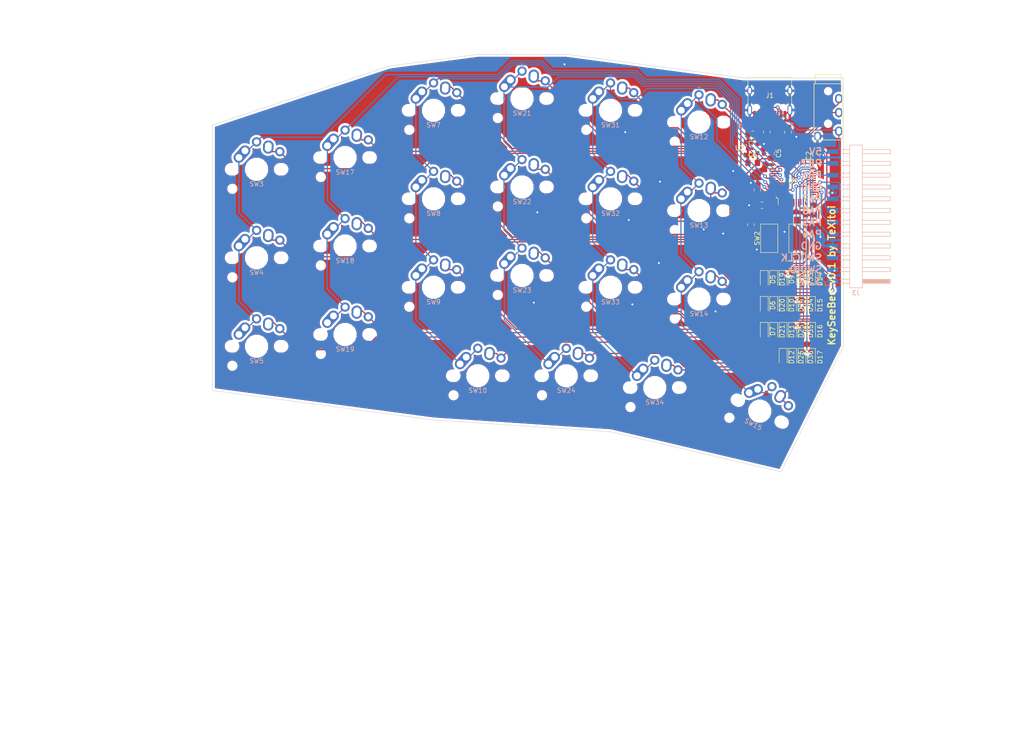
<source format=kicad_pcb>
(kicad_pcb (version 20171130) (host pcbnew 5.0.2+dfsg1-1)
  (layers (0 F.Cu signal) (31 B.Cu signal) (34 B.Paste user) (35 F.Paste user) (36 B.SilkS user) (37 F.SilkS user) (38 B.Mask user) (39 F.Mask user) (44 Edge.Cuts user))
  (net 0 "")
  (net 1 GND)
  (net 2 5V)
  (net 3 "Net-(J1-PadB8)")
  (net 4 "Net-(J1-PadA5)")
  (net 5 D-)
  (net 6 D+)
  (net 7 "Net-(J1-PadA8)")
  (net 8 "Net-(J1-PadB5)")
  (net 9 "Net-(R1-Pad1)")
  (net 10 3.3V)
  (net 11 VBAT)
  (net 12 "Net-(U1-Pad5)")
  (net 13 "Net-(U1-Pad6)")
  (net 14 "Net-(C1-Pad2)")
  (net 15 "Net-(U1-Pad10)")
  (net 16 "Net-(U1-Pad11)")
  (net 17 "Net-(U1-Pad12)")
  (net 18 "Net-(U1-Pad13)")
  (net 19 PA4)
  (net 20 PA5)
  (net 21 PA6)
  (net 22 PA7)
  (net 23 ROW1)
  (net 24 ROW2)
  (net 25 ROW3)
  (net 26 ROW4)
  (net 27 SWDIO)
  (net 28 SWDCLK)
  (net 29 COL1)
  (net 30 COL2)
  (net 31 COL3)
  (net 32 COL4)
  (net 33 PB6)
  (net 34 PB7)
  (net 35 COL5)
  (net 36 COL6)
  (net 37 "Net-(D12-Pad2)")
  (net 38 "Net-(D15-Pad2)")
  (net 39 "Net-(D14-Pad2)")
  (net 40 "Net-(D16-Pad2)")
  (net 41 "Net-(D17-Pad2)")
  (net 42 "Net-(D19-Pad2)")
  (net 43 "Net-(D20-Pad2)")
  (net 44 "Net-(D21-Pad2)")
  (net 45 "Net-(D23-Pad2)")
  (net 46 "Net-(D24-Pad2)")
  (net 47 "Net-(D25-Pad2)")
  (net 48 "Net-(D9-Pad2)")
  (net 49 "Net-(D10-Pad2)")
  (net 50 "Net-(D7-Pad2)")
  (net 51 "Net-(D6-Pad2)")
  (net 52 "Net-(D5-Pad2)")
  (net 53 "Net-(D26-Pad2)")
  (net 54 "Net-(D33-Pad2)")
  (net 55 "Net-(D34-Pad2)")
  (net 56 "Net-(D35-Pad2)")
  (net 57 "Net-(D36-Pad2)")
  (net 58 "Net-(D11-Pad2)")
  (net 59 TX)
  (net 60 RX)
  (net 61 "Net-(U1-Pad2)")
  (net 62 "Net-(U1-Pad3)")
  (net 63 "Net-(U1-Pad4)")
  (net 64 "Net-(U1-Pad22)")
  (net 65 "Net-(U1-Pad26)")
  (net 66 "Net-(U1-Pad27)")
  (net 67 "Net-(U1-Pad28)")
  (net 68 "Net-(U1-Pad29)")
  (module kicad-harwin:Harwin_M20-89012xx_1x12_P2.54mm_Horizontal (layer B.Cu) (at 243.84 76.835)
    (fp_text reference J3 (at -0.48 16.44) (layer B.SilkS) (effects (justify mirror)))
    (fp_text value Conn_01x12_Male)
    (pad "" smd rect (at 3.895 13.97) (size 6 0.76) (layers B.SilkS))
    (pad 12 smd rect (at -5.525 -13.97) (size 2.5 1) (layers B.Cu B.Paste B.Mask) (net 2 5V))
    (pad 11 smd rect (at -5.525 -11.43) (size 2.5 1) (layers B.Cu B.Paste B.Mask) (net 34 PB7))
    (pad 10 smd rect (at -5.525 -8.89) (size 2.5 1) (layers B.Cu B.Paste B.Mask) (net 33 PB6))
    (pad 9 smd rect (at -5.525 -6.35) (size 2.5 1) (layers B.Cu B.Paste B.Mask) (net 1 GND))
    (pad 8 smd rect (at -5.525 -3.81) (size 2.5 1) (layers B.Cu B.Paste B.Mask) (net 22 PA7))
    (pad 7 smd rect (at -5.525 -1.27) (size 2.5 1) (layers B.Cu B.Paste B.Mask) (net 21 PA6))
    (pad 6 smd rect (at -5.525 1.27) (size 2.5 1) (layers B.Cu B.Paste B.Mask) (net 20 PA5))
    (pad 5 smd rect (at -5.525 3.81) (size 2.5 1) (layers B.Cu B.Paste B.Mask) (net 19 PA4))
    (pad 4 smd rect (at -5.525 6.35) (size 2.5 1) (layers B.Cu B.Paste B.Mask) (net 1 GND))
    (pad 3 smd rect (at -5.525 8.89) (size 2.5 1) (layers B.Cu B.Paste B.Mask) (net 28 SWDCLK))
    (pad 2 smd rect (at -5.525 11.43) (size 2.5 1) (layers B.Cu B.Paste B.Mask) (net 27 SWDIO))
    (pad 1 smd rect (at -5.525 13.97) (size 2.5 1) (layers B.Cu B.Paste B.Mask) (net 10 3.3V))
  )
  (module Button_Switch_SMD:SW_SPST_CK_RS282G05A3 (layer F.Cu) (at 230.759 81.534 90)
    (fp_text reference SW1 hide)
    (fp_text value BOOT)
    (pad 2 smd rect (at 3.9 0 90) (size 1.5 1.5) (layers F.Cu F.Paste F.Mask) (net 10 3.3V))
    (pad 1 smd rect (at -3.9 0 90) (size 1.5 1.5) (layers F.Cu F.Paste F.Mask) (net 9 "Net-(R1-Pad1)"))
  )
  (module Button_Switch_SMD:SW_SPST_CK_RS282G05A3 (layer F.Cu) (at 224.663 81.534 90)
    (fp_text reference SW2 (at 0 -2.6 90) (layer F.SilkS))
    (fp_text value RESET)
    (pad 2 smd rect (at 3.9 0 90) (size 1.5 1.5) (layers F.Cu F.Paste F.Mask) (net 14 "Net-(C1-Pad2)"))
    (pad 1 smd rect (at -3.9 0 90) (size 1.5 1.5) (layers F.Cu F.Paste F.Mask) (net 1 GND))
  )
  (module Capacitor_SMD:C_0805_2012Metric_Pad1.15x1.40mm_HandSolder (layer F.Cu) (at 221.107 59.182)
    (fp_text reference C7 hide)
    (fp_text value 1µF)
    (pad 2 smd roundrect (at 1.025 0) (size 1.15 1.4) (layers F.Cu F.Paste F.Mask) (roundrect_rratio 0.217391) (net 2 5V))
    (pad 1 smd roundrect (at -1.025 0) (size 1.15 1.4) (layers F.Cu F.Paste F.Mask) (roundrect_rratio 0.217391) (net 1 GND))
  )
  (module Capacitor_SMD:C_0805_2012Metric_Pad1.15x1.40mm_HandSolder (layer F.Cu) (at 225.044 63.246 270)
    (fp_text reference C5 (at 0 -1.65 270) (layer F.SilkS))
    (fp_text value 100nF)
    (pad 2 smd roundrect (at 1.025 0 270) (size 1.15 1.4) (layers F.Cu F.Paste F.Mask) (roundrect_rratio 0.217391) (net 10 3.3V))
    (pad 1 smd roundrect (at -1.025 0 270) (size 1.15 1.4) (layers F.Cu F.Paste F.Mask) (roundrect_rratio 0.217391) (net 1 GND))
  )
  (module Capacitor_SMD:C_0805_2012Metric_Pad1.15x1.40mm_HandSolder (layer F.Cu) (at 222.123 71.12 270)
    (fp_text reference C4 hide)
    (fp_text value 100nF)
    (pad 2 smd roundrect (at 1.025 0 270) (size 1.15 1.4) (layers F.Cu F.Paste F.Mask) (roundrect_rratio 0.217391) (net 10 3.3V))
    (pad 1 smd roundrect (at -1.025 0 270) (size 1.15 1.4) (layers F.Cu F.Paste F.Mask) (roundrect_rratio 0.217391) (net 1 GND))
  )
  (module Capacitor_SMD:C_0805_2012Metric_Pad1.15x1.40mm_HandSolder (layer F.Cu) (at 234.315 75.438 90)
    (fp_text reference C3 (at 0 -1.65 90) (layer F.SilkS))
    (fp_text value 100nF)
    (pad 2 smd roundrect (at 1.025 0 90) (size 1.15 1.4) (layers F.Cu F.Paste F.Mask) (roundrect_rratio 0.217391) (net 10 3.3V))
    (pad 1 smd roundrect (at -1.025 0 90) (size 1.15 1.4) (layers F.Cu F.Paste F.Mask) (roundrect_rratio 0.217391) (net 1 GND))
  )
  (module Capacitor_SMD:C_0805_2012Metric_Pad1.15x1.40mm_HandSolder (layer F.Cu) (at 221.107 65.278)
    (fp_text reference C6 (at 0 -1.65) (layer F.SilkS))
    (fp_text value 1µF)
    (pad 2 smd roundrect (at 1.025 0) (size 1.15 1.4) (layers F.Cu F.Paste F.Mask) (roundrect_rratio 0.217391) (net 10 3.3V))
    (pad 1 smd roundrect (at -1.025 0) (size 1.15 1.4) (layers F.Cu F.Paste F.Mask) (roundrect_rratio 0.217391) (net 1 GND))
  )
  (module Capacitor_SMD:C_0805_2012Metric_Pad1.15x1.40mm_HandSolder (layer F.Cu) (at 220.726 78.613 90)
    (fp_text reference C1 hide)
    (fp_text value 100nF)
    (pad 2 smd roundrect (at 1.025 0 90) (size 1.15 1.4) (layers F.Cu F.Paste F.Mask) (roundrect_rratio 0.217391) (net 14 "Net-(C1-Pad2)"))
    (pad 1 smd roundrect (at -1.025 0 90) (size 1.15 1.4) (layers F.Cu F.Paste F.Mask) (roundrect_rratio 0.217391) (net 1 GND))
  )
  (module Capacitor_SMD:C_0805_2012Metric_Pad1.15x1.40mm_HandSolder (layer F.Cu) (at 234.823 63.754 90)
    (fp_text reference C2 (at 0 -1.65 90) (layer F.SilkS))
    (fp_text value 100nF)
    (pad 2 smd roundrect (at 1.025 0 90) (size 1.15 1.4) (layers F.Cu F.Paste F.Mask) (roundrect_rratio 0.217391) (net 10 3.3V))
    (pad 1 smd roundrect (at -1.025 0 90) (size 1.15 1.4) (layers F.Cu F.Paste F.Mask) (roundrect_rratio 0.217391) (net 1 GND))
  )
  (module Diode_SMD:D_SOD-323_HandSoldering (layer F.Cu) (at 233.75944 101.544927 270)
    (fp_text reference D16 (at 0 -1.85 270) (layer F.SilkS))
    (fp_text value D3.6)
    (pad 2 smd rect (at 1.25 0 270) (size 1 1) (layers F.Cu F.Paste F.Mask) (net 40 "Net-(D16-Pad2)"))
    (pad 1 smd rect (at -1.25 0 270) (size 1 1) (layers F.Cu F.Paste F.Mask) (net 25 ROW3))
  )
  (module Diode_SMD:D_SOD-323_HandSoldering (layer F.Cu) (at 233.75944 90.368927 270)
    (fp_text reference D14 (at 0 -1.85 270) (layer F.SilkS))
    (fp_text value D1.6)
    (pad 2 smd rect (at 1.25 0 270) (size 1 1) (layers F.Cu F.Paste F.Mask) (net 39 "Net-(D14-Pad2)"))
    (pad 1 smd rect (at -1.25 0 270) (size 1 1) (layers F.Cu F.Paste F.Mask) (net 23 ROW1))
  )
  (module Diode_SMD:D_SOD-323_HandSoldering (layer F.Cu) (at 227.66344 107.132927 270)
    (fp_text reference D12 (at 0 -1.85 270) (layer F.SilkS))
    (fp_text value D4.3)
    (pad 2 smd rect (at 1.25 0 270) (size 1 1) (layers F.Cu F.Paste F.Mask) (net 37 "Net-(D12-Pad2)"))
    (pad 1 smd rect (at -1.25 0 270) (size 1 1) (layers F.Cu F.Paste F.Mask) (net 26 ROW4))
  )
  (module Diode_SMD:D_SOD-323_HandSoldering (layer F.Cu) (at 227.66344 101.544927 270)
    (fp_text reference D11 (at 0 -1.85 270) (layer F.SilkS))
    (fp_text value D3.3)
    (pad 2 smd rect (at 1.25 0 270) (size 1 1) (layers F.Cu F.Paste F.Mask) (net 58 "Net-(D11-Pad2)"))
    (pad 1 smd rect (at -1.25 0 270) (size 1 1) (layers F.Cu F.Paste F.Mask) (net 25 ROW3))
  )
  (module Diode_SMD:D_SOD-323_HandSoldering (layer F.Cu) (at 227.66344 95.956927 270)
    (fp_text reference D10 (at 0 -1.85 270) (layer F.SilkS))
    (fp_text value D2.3)
    (pad 2 smd rect (at 1.25 0 270) (size 1 1) (layers F.Cu F.Paste F.Mask) (net 49 "Net-(D10-Pad2)"))
    (pad 1 smd rect (at -1.25 0 270) (size 1 1) (layers F.Cu F.Paste F.Mask) (net 24 ROW2))
  )
  (module Diode_SMD:D_SOD-323_HandSoldering (layer F.Cu) (at 227.66344 90.368927 270)
    (fp_text reference D9 (at 0 -1.85 270) (layer F.SilkS))
    (fp_text value D1.3)
    (pad 2 smd rect (at 1.25 0 270) (size 1 1) (layers F.Cu F.Paste F.Mask) (net 48 "Net-(D9-Pad2)"))
    (pad 1 smd rect (at -1.25 0 270) (size 1 1) (layers F.Cu F.Paste F.Mask) (net 23 ROW1))
  )
  (module Diode_SMD:D_SOD-323_HandSoldering (layer F.Cu) (at 223.59944 101.544927 270)
    (fp_text reference D7 (at 0 -1.85 270) (layer F.SilkS))
    (fp_text value D3.1)
    (pad 2 smd rect (at 1.25 0 270) (size 1 1) (layers F.Cu F.Paste F.Mask) (net 50 "Net-(D7-Pad2)"))
    (pad 1 smd rect (at -1.25 0 270) (size 1 1) (layers F.Cu F.Paste F.Mask) (net 25 ROW3))
  )
  (module Diode_SMD:D_SOD-323_HandSoldering (layer F.Cu) (at 223.59944 95.956927 270)
    (fp_text reference D6 (at 0 -1.85 270) (layer F.SilkS))
    (fp_text value D2.1)
    (pad 2 smd rect (at 1.25 0 270) (size 1 1) (layers F.Cu F.Paste F.Mask) (net 51 "Net-(D6-Pad2)"))
    (pad 1 smd rect (at -1.25 0 270) (size 1 1) (layers F.Cu F.Paste F.Mask) (net 24 ROW2))
  )
  (module Diode_SMD:D_SOD-323_HandSoldering (layer F.Cu) (at 223.59944 90.368927 270)
    (fp_text reference D5 (at 0 -1.85 270) (layer F.SilkS))
    (fp_text value D1.1)
    (pad 2 smd rect (at 1.25 0 270) (size 1 1) (layers F.Cu F.Paste F.Mask) (net 52 "Net-(D5-Pad2)"))
    (pad 1 smd rect (at -1.25 0 270) (size 1 1) (layers F.Cu F.Paste F.Mask) (net 23 ROW1))
  )
  (module Diode_SMD:D_SOD-323_HandSoldering (layer F.Cu) (at 231.72744 107.132927 270)
    (fp_text reference D36 (at 0 -1.85 270) (layer F.SilkS))
    (fp_text value D4.5)
    (pad 2 smd rect (at 1.25 0 270) (size 1 1) (layers F.Cu F.Paste F.Mask) (net 57 "Net-(D36-Pad2)"))
    (pad 1 smd rect (at -1.25 0 270) (size 1 1) (layers F.Cu F.Paste F.Mask) (net 26 ROW4))
  )
  (module Diode_SMD:D_SOD-323_HandSoldering (layer F.Cu) (at 233.75944 95.956927 270)
    (fp_text reference D15 (at 0 -1.85 270) (layer F.SilkS))
    (fp_text value D2.6)
    (pad 2 smd rect (at 1.25 0 270) (size 1 1) (layers F.Cu F.Paste F.Mask) (net 38 "Net-(D15-Pad2)"))
    (pad 1 smd rect (at -1.25 0 270) (size 1 1) (layers F.Cu F.Paste F.Mask) (net 24 ROW2))
  )
  (module Diode_SMD:D_SOD-323_HandSoldering (layer F.Cu) (at 231.72744 101.544927 270)
    (fp_text reference D35 (at 0 -1.85 270) (layer F.SilkS))
    (fp_text value D3.5)
    (pad 2 smd rect (at 1.25 0 270) (size 1 1) (layers F.Cu F.Paste F.Mask) (net 56 "Net-(D35-Pad2)"))
    (pad 1 smd rect (at -1.25 0 270) (size 1 1) (layers F.Cu F.Paste F.Mask) (net 25 ROW3))
  )
  (module Diode_SMD:D_SOD-323_HandSoldering (layer F.Cu) (at 231.72744 95.956927 270)
    (fp_text reference D34 (at 0 -1.85 270) (layer F.SilkS))
    (fp_text value D2.5)
    (pad 2 smd rect (at 1.25 0 270) (size 1 1) (layers F.Cu F.Paste F.Mask) (net 55 "Net-(D34-Pad2)"))
    (pad 1 smd rect (at -1.25 0 270) (size 1 1) (layers F.Cu F.Paste F.Mask) (net 24 ROW2))
  )
  (module Diode_SMD:D_SOD-323_HandSoldering (layer F.Cu) (at 231.72744 90.368927 270)
    (fp_text reference D33 (at 0 -1.85 270) (layer F.SilkS))
    (fp_text value D1.5)
    (pad 2 smd rect (at 1.25 0 270) (size 1 1) (layers F.Cu F.Paste F.Mask) (net 54 "Net-(D33-Pad2)"))
    (pad 1 smd rect (at -1.25 0 270) (size 1 1) (layers F.Cu F.Paste F.Mask) (net 23 ROW1))
  )
  (module Diode_SMD:D_SOD-323_HandSoldering (layer F.Cu) (at 229.69544 107.132927 270)
    (fp_text reference D26 (at 0 -1.85 270) (layer F.SilkS))
    (fp_text value D4.4)
    (pad 2 smd rect (at 1.25 0 270) (size 1 1) (layers F.Cu F.Paste F.Mask) (net 53 "Net-(D26-Pad2)"))
    (pad 1 smd rect (at -1.25 0 270) (size 1 1) (layers F.Cu F.Paste F.Mask) (net 26 ROW4))
  )
  (module Diode_SMD:D_SOD-323_HandSoldering (layer F.Cu) (at 229.69544 101.544927 270)
    (fp_text reference D25 (at 0 -1.85 270) (layer F.SilkS))
    (fp_text value D3.4)
    (pad 2 smd rect (at 1.25 0 270) (size 1 1) (layers F.Cu F.Paste F.Mask) (net 47 "Net-(D25-Pad2)"))
    (pad 1 smd rect (at -1.25 0 270) (size 1 1) (layers F.Cu F.Paste F.Mask) (net 25 ROW3))
  )
  (module Diode_SMD:D_SOD-323_HandSoldering (layer F.Cu) (at 229.69544 95.956927 270)
    (fp_text reference D24 (at 0 -1.85 270) (layer F.SilkS))
    (fp_text value D2.4)
    (pad 2 smd rect (at 1.25 0 270) (size 1 1) (layers F.Cu F.Paste F.Mask) (net 46 "Net-(D24-Pad2)"))
    (pad 1 smd rect (at -1.25 0 270) (size 1 1) (layers F.Cu F.Paste F.Mask) (net 24 ROW2))
  )
  (module Diode_SMD:D_SOD-323_HandSoldering (layer F.Cu) (at 229.69544 90.368927 270)
    (fp_text reference D23 (at 0 -1.85 270) (layer F.SilkS))
    (fp_text value D1.4)
    (pad 2 smd rect (at 1.25 0 270) (size 1 1) (layers F.Cu F.Paste F.Mask) (net 45 "Net-(D23-Pad2)"))
    (pad 1 smd rect (at -1.25 0 270) (size 1 1) (layers F.Cu F.Paste F.Mask) (net 23 ROW1))
  )
  (module Diode_SMD:D_SOD-323_HandSoldering (layer F.Cu) (at 225.63144 101.544927 270)
    (fp_text reference D21 (at 0 -1.85 270) (layer F.SilkS))
    (fp_text value D3.2)
    (pad 2 smd rect (at 1.25 0 270) (size 1 1) (layers F.Cu F.Paste F.Mask) (net 44 "Net-(D21-Pad2)"))
    (pad 1 smd rect (at -1.25 0 270) (size 1 1) (layers F.Cu F.Paste F.Mask) (net 25 ROW3))
  )
  (module Diode_SMD:D_SOD-323_HandSoldering (layer F.Cu) (at 225.63144 95.956927 270)
    (fp_text reference D20 (at 0 -1.85 270) (layer F.SilkS))
    (fp_text value D2.2)
    (pad 2 smd rect (at 1.25 0 270) (size 1 1) (layers F.Cu F.Paste F.Mask) (net 43 "Net-(D20-Pad2)"))
    (pad 1 smd rect (at -1.25 0 270) (size 1 1) (layers F.Cu F.Paste F.Mask) (net 24 ROW2))
  )
  (module Diode_SMD:D_SOD-323_HandSoldering (layer F.Cu) (at 225.63144 90.368927 270)
    (fp_text reference D19 (at 0 -1.85 270) (layer F.SilkS))
    (fp_text value D1.2)
    (pad 2 smd rect (at 1.25 0 270) (size 1 1) (layers F.Cu F.Paste F.Mask) (net 42 "Net-(D19-Pad2)"))
    (pad 1 smd rect (at -1.25 0 270) (size 1 1) (layers F.Cu F.Paste F.Mask) (net 23 ROW1))
  )
  (module Diode_SMD:D_SOD-323_HandSoldering (layer F.Cu) (at 233.75944 107.132927 270)
    (fp_text reference D17 (at 0 -1.85 270) (layer F.SilkS))
    (fp_text value D4.6)
    (pad 2 smd rect (at 1.25 0 270) (size 1 1) (layers F.Cu F.Paste F.Mask) (net 41 "Net-(D17-Pad2)"))
    (pad 1 smd rect (at -1.25 0 270) (size 1 1) (layers F.Cu F.Paste F.Mask) (net 26 ROW4))
  )
  (module Package_QFP:LQFP-48_7x7mm_P0.5mm (layer F.Cu) (at 229.743 69.342 90)
    (fp_text reference U1 (at 0 0 180) (layer F.SilkS))
    (fp_text value STM32)
    (pad 48 smd rect (at -2.75 -4.35 180) (size 1.3 0.25) (layers F.Cu F.Paste F.Mask) (net 10 3.3V))
    (pad 47 smd rect (at -2.25 -4.35 180) (size 1.3 0.25) (layers F.Cu F.Paste F.Mask) (net 1 GND))
    (pad 46 smd rect (at -1.75 -4.35 180) (size 1.3 0.25) (layers F.Cu F.Paste F.Mask) (net 36 COL6))
    (pad 45 smd rect (at -1.25 -4.35 180) (size 1.3 0.25) (layers F.Cu F.Paste F.Mask) (net 35 COL5))
    (pad 44 smd rect (at -0.75 -4.35 180) (size 1.3 0.25) (layers F.Cu F.Paste F.Mask) (net 9 "Net-(R1-Pad1)"))
    (pad 43 smd rect (at -0.25 -4.35 180) (size 1.3 0.25) (layers F.Cu F.Paste F.Mask) (net 34 PB7))
    (pad 42 smd rect (at 0.25 -4.35 180) (size 1.3 0.25) (layers F.Cu F.Paste F.Mask) (net 33 PB6))
    (pad 41 smd rect (at 0.75 -4.35 180) (size 1.3 0.25) (layers F.Cu F.Paste F.Mask) (net 32 COL4))
    (pad 40 smd rect (at 1.25 -4.35 180) (size 1.3 0.25) (layers F.Cu F.Paste F.Mask) (net 31 COL3))
    (pad 39 smd rect (at 1.75 -4.35 180) (size 1.3 0.25) (layers F.Cu F.Paste F.Mask) (net 30 COL2))
    (pad 38 smd rect (at 2.25 -4.35 180) (size 1.3 0.25) (layers F.Cu F.Paste F.Mask) (net 29 COL1))
    (pad 37 smd rect (at 2.75 -4.35 180) (size 1.3 0.25) (layers F.Cu F.Paste F.Mask) (net 28 SWDCLK))
    (pad 36 smd rect (at 4.35 -2.75 90) (size 1.3 0.25) (layers F.Cu F.Paste F.Mask) (net 10 3.3V))
    (pad 35 smd rect (at 4.35 -2.25 90) (size 1.3 0.25) (layers F.Cu F.Paste F.Mask) (net 1 GND))
    (pad 34 smd rect (at 4.35 -1.75 90) (size 1.3 0.25) (layers F.Cu F.Paste F.Mask) (net 27 SWDIO))
    (pad 33 smd rect (at 4.35 -1.25 90) (size 1.3 0.25) (layers F.Cu F.Paste F.Mask) (net 6 D+))
    (pad 32 smd rect (at 4.35 -0.75 90) (size 1.3 0.25) (layers F.Cu F.Paste F.Mask) (net 5 D-))
    (pad 31 smd rect (at 4.35 -0.25 90) (size 1.3 0.25) (layers F.Cu F.Paste F.Mask) (net 60 RX))
    (pad 30 smd rect (at 4.35 0.25 90) (size 1.3 0.25) (layers F.Cu F.Paste F.Mask) (net 59 TX))
    (pad 29 smd rect (at 4.35 0.75 90) (size 1.3 0.25) (layers F.Cu F.Paste F.Mask) (net 68 "Net-(U1-Pad29)"))
    (pad 28 smd rect (at 4.35 1.25 90) (size 1.3 0.25) (layers F.Cu F.Paste F.Mask) (net 67 "Net-(U1-Pad28)"))
    (pad 27 smd rect (at 4.35 1.75 90) (size 1.3 0.25) (layers F.Cu F.Paste F.Mask) (net 66 "Net-(U1-Pad27)"))
    (pad 26 smd rect (at 4.35 2.25 90) (size 1.3 0.25) (layers F.Cu F.Paste F.Mask) (net 65 "Net-(U1-Pad26)"))
    (pad 25 smd rect (at 4.35 2.75 90) (size 1.3 0.25) (layers F.Cu F.Paste F.Mask) (net 1 GND))
    (pad 24 smd rect (at 2.75 4.35 180) (size 1.3 0.25) (layers F.Cu F.Paste F.Mask) (net 10 3.3V))
    (pad 23 smd rect (at 2.25 4.35 180) (size 1.3 0.25) (layers F.Cu F.Paste F.Mask) (net 1 GND))
    (pad 22 smd rect (at 1.75 4.35 180) (size 1.3 0.25) (layers F.Cu F.Paste F.Mask) (net 64 "Net-(U1-Pad22)"))
    (pad 21 smd rect (at 1.25 4.35 180) (size 1.3 0.25) (layers F.Cu F.Paste F.Mask) (net 26 ROW4))
    (pad 20 smd rect (at 0.75 4.35 180) (size 1.3 0.25) (layers F.Cu F.Paste F.Mask) (net 25 ROW3))
    (pad 19 smd rect (at 0.25 4.35 180) (size 1.3 0.25) (layers F.Cu F.Paste F.Mask) (net 24 ROW2))
    (pad 18 smd rect (at -0.25 4.35 180) (size 1.3 0.25) (layers F.Cu F.Paste F.Mask) (net 23 ROW1))
    (pad 17 smd rect (at -0.75 4.35 180) (size 1.3 0.25) (layers F.Cu F.Paste F.Mask) (net 22 PA7))
    (pad 16 smd rect (at -1.25 4.35 180) (size 1.3 0.25) (layers F.Cu F.Paste F.Mask) (net 21 PA6))
    (pad 15 smd rect (at -1.75 4.35 180) (size 1.3 0.25) (layers F.Cu F.Paste F.Mask) (net 20 PA5))
    (pad 14 smd rect (at -2.25 4.35 180) (size 1.3 0.25) (layers F.Cu F.Paste F.Mask) (net 19 PA4))
    (pad 13 smd rect (at -2.75 4.35 180) (size 1.3 0.25) (layers F.Cu F.Paste F.Mask) (net 18 "Net-(U1-Pad13)"))
    (pad 12 smd rect (at -4.35 2.75 90) (size 1.3 0.25) (layers F.Cu F.Paste F.Mask) (net 17 "Net-(U1-Pad12)"))
    (pad 11 smd rect (at -4.35 2.25 90) (size 1.3 0.25) (layers F.Cu F.Paste F.Mask) (net 16 "Net-(U1-Pad11)"))
    (pad 10 smd rect (at -4.35 1.75 90) (size 1.3 0.25) (layers F.Cu F.Paste F.Mask) (net 15 "Net-(U1-Pad10)"))
    (pad 9 smd rect (at -4.35 1.25 90) (size 1.3 0.25) (layers F.Cu F.Paste F.Mask) (net 10 3.3V))
    (pad 8 smd rect (at -4.35 0.75 90) (size 1.3 0.25) (layers F.Cu F.Paste F.Mask) (net 1 GND))
    (pad 7 smd rect (at -4.35 0.25 90) (size 1.3 0.25) (layers F.Cu F.Paste F.Mask) (net 14 "Net-(C1-Pad2)"))
    (pad 6 smd rect (at -4.35 -0.25 90) (size 1.3 0.25) (layers F.Cu F.Paste F.Mask) (net 13 "Net-(U1-Pad6)"))
    (pad 5 smd rect (at -4.35 -0.75 90) (size 1.3 0.25) (layers F.Cu F.Paste F.Mask) (net 12 "Net-(U1-Pad5)"))
    (pad 4 smd rect (at -4.35 -1.25 90) (size 1.3 0.25) (layers F.Cu F.Paste F.Mask) (net 63 "Net-(U1-Pad4)"))
    (pad 3 smd rect (at -4.35 -1.75 90) (size 1.3 0.25) (layers F.Cu F.Paste F.Mask) (net 62 "Net-(U1-Pad3)"))
    (pad 2 smd rect (at -4.35 -2.25 90) (size 1.3 0.25) (layers F.Cu F.Paste F.Mask) (net 61 "Net-(U1-Pad2)"))
    (pad 1 smd rect (at -4.35 -2.75 90) (size 1.3 0.25) (layers F.Cu F.Paste F.Mask) (net 11 VBAT))
  )
  (module Package_TO_SOT_SMD:SOT-23 (layer F.Cu) (at 221.107 62.23 180)
    (fp_text reference U2 (at 2.794 0.127 180) (layer F.SilkS))
    (fp_text value LDO)
    (pad 3 smd rect (at 1 0 180) (size 0.9 0.8) (layers F.Cu F.Paste F.Mask) (net 1 GND))
    (pad 2 smd rect (at -1 0.95 180) (size 0.9 0.8) (layers F.Cu F.Paste F.Mask) (net 2 5V))
    (pad 1 smd rect (at -1 -0.95 180) (size 0.9 0.8) (layers F.Cu F.Paste F.Mask) (net 10 3.3V))
  )
  (module Resistor_SMD:R_0805_2012Metric_Pad1.15x1.40mm_HandSolder (layer F.Cu) (at 223.13 74.422 180)
    (fp_text reference R1 hide)
    (fp_text value 5.1k)
    (pad 2 smd roundrect (at 1.025 0 180) (size 1.15 1.4) (layers F.Cu F.Paste F.Mask) (roundrect_rratio 0.217391) (net 1 GND))
    (pad 1 smd roundrect (at -1.025 0 180) (size 1.15 1.4) (layers F.Cu F.Paste F.Mask) (roundrect_rratio 0.217391) (net 9 "Net-(R1-Pad1)"))
  )
  (module Resistor_SMD:R_0805_2012Metric_Pad1.15x1.40mm_HandSolder (layer F.Cu) (at 224.155 58.674 270)
    (fp_text reference R6 hide)
    (fp_text value 5.1k)
    (pad 2 smd roundrect (at 1.025 0 270) (size 1.15 1.4) (layers F.Cu F.Paste F.Mask) (roundrect_rratio 0.217391) (net 1 GND))
    (pad 1 smd roundrect (at -1.025 0 270) (size 1.15 1.4) (layers F.Cu F.Paste F.Mask) (roundrect_rratio 0.217391) (net 8 "Net-(J1-PadB5)"))
  )
  (module Resistor_SMD:R_0805_2012Metric_Pad1.15x1.40mm_HandSolder (layer F.Cu) (at 228.727 58.674 270)
    (fp_text reference R7 hide)
    (fp_text value 5.1k)
    (pad 2 smd roundrect (at 1.025 0 270) (size 1.15 1.4) (layers F.Cu F.Paste F.Mask) (roundrect_rratio 0.217391) (net 1 GND))
    (pad 1 smd roundrect (at -1.025 0 270) (size 1.15 1.4) (layers F.Cu F.Paste F.Mask) (roundrect_rratio 0.217391) (net 4 "Net-(J1-PadA5)"))
  )
  (module Keebio:MX-Alps-Choc-1U-NoLED (layer F.Cu) (at 152.4 53.975)
    (fp_text reference SW7 (at 0 3.175) (layer B.SilkS))
    (fp_text value SW_Push)
    (pad "" np_thru_hole circle (at -5.22 4.2 48.1) (size 1.2 1.2) (drill 1.2) (layers *.Cu *.Mask))
    (pad "" np_thru_hole circle (at 5.5 0 48.1) (size 1.7 1.7) (drill 1.7) (layers *.Cu *.Mask))
    (pad "" np_thru_hole circle (at -5.5 0 48.1) (size 1.7 1.7) (drill 1.7) (layers *.Cu *.Mask))
    (pad 2 thru_hole circle (at 0 -5.9) (size 2 2) (drill 1.2) (layers *.Cu *.Mask) (net 31 COL3))
    (pad 1 thru_hole circle (at 5 -3.8) (size 2 2) (drill 1.2) (layers *.Cu *.Mask) (net 48 "Net-(D9-Pad2)"))
    (pad "" np_thru_hole circle (at 5.08 0 48.0996) (size 1.75 1.75) (drill 1.75) (layers *.Cu *.Mask))
    (pad "" np_thru_hole circle (at -5.08 0 48.0996) (size 1.75 1.75) (drill 1.75) (layers *.Cu *.Mask))
    (pad 2 thru_hole circle (at -2.5 -4) (size 2.25 2.25) (drill 1.47) (layers *.Cu *.Mask) (net 31 COL3))
    (pad "" np_thru_hole circle (at 0 0) (size 3.9878 3.9878) (drill 3.9878) (layers *.Cu *.Mask))
    (pad 2 thru_hole oval (at -3.81 -2.54 48.1) (size 4.211556 2.25) (drill 1.47 (offset 0.980778 0)) (layers *.Cu *.Mask) (net 31 COL3))
    (pad 1 thru_hole circle (at 2.54 -5.08) (size 2.25 2.25) (drill 1.47) (layers *.Cu *.Mask) (net 48 "Net-(D9-Pad2)"))
    (pad 1 thru_hole oval (at 2.5 -4.5 86.1) (size 2.831378 2.25) (drill 1.47 (offset 0.290689 0)) (layers *.Cu *.Mask) (net 48 "Net-(D9-Pad2)"))
  )
  (module Keebio:TRRS-PJ-320A-no-Fmask (layer F.Cu) (at 237.363 48.26)
    (fp_text reference J2)
    (fp_text value AudioJack4)
    (pad 1 thru_hole oval (at -2.3 11.3) (size 1 1.4) (drill oval 0.9 1.3) (layers *.Cu F.Mask) (net 1 GND))
    (pad 2 thru_hole oval (at 2.3 10.2) (size 1 1.4) (drill oval 0.9 1.3) (layers *.Cu F.Mask) (net 2 5V))
    (pad 3 thru_hole oval (at 2.3 6.2) (size 1 1.4) (drill oval 0.9 1.3) (layers *.Cu F.Mask) (net 59 TX))
    (pad 4 thru_hole oval (at 2.3 3.2) (size 1 1.4) (drill oval 0.9 1.3) (layers *.Cu F.Mask) (net 60 RX))
    (pad 3 thru_hole oval (at 2.3 6.2) (size 1.6 2) (drill oval 0.9 1.3) (layers *.Cu B.Mask) (net 59 TX))
    (pad "" np_thru_hole circle (at 0 1.6) (size 0.8 0.8) (drill 0.8) (layers *.Cu *.Mask))
    (pad "" np_thru_hole circle (at 0 8.6) (size 0.8 0.8) (drill 0.8) (layers *.Cu *.Mask))
    (pad 4 thru_hole oval (at 2.3 3.2) (size 1.6 2) (drill oval 0.9 1.3) (layers *.Cu B.Mask) (net 60 RX))
    (pad 2 thru_hole oval (at 2.3 10.2) (size 1.6 2) (drill oval 0.9 1.3) (layers *.Cu B.Mask) (net 2 5V))
    (pad 1 thru_hole oval (at -2.3 11.3) (size 1.6 2) (drill oval 0.9 1.3) (layers *.Cu B.Mask) (net 1 GND))
  )
  (module Keebio:MX-Alps-Choc-1U-NoLED (layer F.Cu) (at 152.4 92.075)
    (fp_text reference SW9 (at 0 3.175) (layer B.SilkS))
    (fp_text value SW_Push)
    (pad "" np_thru_hole circle (at -5.22 4.2 48.1) (size 1.2 1.2) (drill 1.2) (layers *.Cu *.Mask))
    (pad "" np_thru_hole circle (at 5.5 0 48.1) (size 1.7 1.7) (drill 1.7) (layers *.Cu *.Mask))
    (pad "" np_thru_hole circle (at -5.5 0 48.1) (size 1.7 1.7) (drill 1.7) (layers *.Cu *.Mask))
    (pad 2 thru_hole circle (at 0 -5.9) (size 2 2) (drill 1.2) (layers *.Cu *.Mask) (net 31 COL3))
    (pad 1 thru_hole circle (at 5 -3.8) (size 2 2) (drill 1.2) (layers *.Cu *.Mask) (net 58 "Net-(D11-Pad2)"))
    (pad "" np_thru_hole circle (at 5.08 0 48.0996) (size 1.75 1.75) (drill 1.75) (layers *.Cu *.Mask))
    (pad "" np_thru_hole circle (at -5.08 0 48.0996) (size 1.75 1.75) (drill 1.75) (layers *.Cu *.Mask))
    (pad 2 thru_hole circle (at -2.5 -4) (size 2.25 2.25) (drill 1.47) (layers *.Cu *.Mask) (net 31 COL3))
    (pad "" np_thru_hole circle (at 0 0) (size 3.9878 3.9878) (drill 3.9878) (layers *.Cu *.Mask))
    (pad 2 thru_hole oval (at -3.81 -2.54 48.1) (size 4.211556 2.25) (drill 1.47 (offset 0.980778 0)) (layers *.Cu *.Mask) (net 31 COL3))
    (pad 1 thru_hole circle (at 2.54 -5.08) (size 2.25 2.25) (drill 1.47) (layers *.Cu *.Mask) (net 58 "Net-(D11-Pad2)"))
    (pad 1 thru_hole oval (at 2.5 -4.5 86.1) (size 2.831378 2.25) (drill 1.47 (offset 0.290689 0)) (layers *.Cu *.Mask) (net 58 "Net-(D11-Pad2)"))
  )
  (module Keebio:MX-Alps-Choc-1U-NoLED (layer F.Cu) (at 200.025 113.665)
    (fp_text reference SW34 (at 0 3.175) (layer B.SilkS))
    (fp_text value SW_Push)
    (pad "" np_thru_hole circle (at -5.22 4.2 48.1) (size 1.2 1.2) (drill 1.2) (layers *.Cu *.Mask))
    (pad "" np_thru_hole circle (at 5.5 0 48.1) (size 1.7 1.7) (drill 1.7) (layers *.Cu *.Mask))
    (pad "" np_thru_hole circle (at -5.5 0 48.1) (size 1.7 1.7) (drill 1.7) (layers *.Cu *.Mask))
    (pad 2 thru_hole circle (at 0 -5.9) (size 2 2) (drill 1.2) (layers *.Cu *.Mask) (net 35 COL5))
    (pad 1 thru_hole circle (at 5 -3.8) (size 2 2) (drill 1.2) (layers *.Cu *.Mask) (net 57 "Net-(D36-Pad2)"))
    (pad "" np_thru_hole circle (at 5.08 0 48.0996) (size 1.75 1.75) (drill 1.75) (layers *.Cu *.Mask))
    (pad "" np_thru_hole circle (at -5.08 0 48.0996) (size 1.75 1.75) (drill 1.75) (layers *.Cu *.Mask))
    (pad 2 thru_hole circle (at -2.5 -4) (size 2.25 2.25) (drill 1.47) (layers *.Cu *.Mask) (net 35 COL5))
    (pad "" np_thru_hole circle (at 0 0) (size 3.9878 3.9878) (drill 3.9878) (layers *.Cu *.Mask))
    (pad 2 thru_hole oval (at -3.81 -2.54 48.1) (size 4.211556 2.25) (drill 1.47 (offset 0.980778 0)) (layers *.Cu *.Mask) (net 35 COL5))
    (pad 1 thru_hole circle (at 2.54 -5.08) (size 2.25 2.25) (drill 1.47) (layers *.Cu *.Mask) (net 57 "Net-(D36-Pad2)"))
    (pad 1 thru_hole oval (at 2.5 -4.5 86.1) (size 2.831378 2.25) (drill 1.47 (offset 0.290689 0)) (layers *.Cu *.Mask) (net 57 "Net-(D36-Pad2)"))
  )
  (module Keebio:MX-Alps-Choc-1U-NoLED (layer F.Cu) (at 190.5 92.075)
    (fp_text reference SW33 (at 0 3.175) (layer B.SilkS))
    (fp_text value SW_Push)
    (pad "" np_thru_hole circle (at -5.22 4.2 48.1) (size 1.2 1.2) (drill 1.2) (layers *.Cu *.Mask))
    (pad "" np_thru_hole circle (at 5.5 0 48.1) (size 1.7 1.7) (drill 1.7) (layers *.Cu *.Mask))
    (pad "" np_thru_hole circle (at -5.5 0 48.1) (size 1.7 1.7) (drill 1.7) (layers *.Cu *.Mask))
    (pad 2 thru_hole circle (at 0 -5.9) (size 2 2) (drill 1.2) (layers *.Cu *.Mask) (net 35 COL5))
    (pad 1 thru_hole circle (at 5 -3.8) (size 2 2) (drill 1.2) (layers *.Cu *.Mask) (net 56 "Net-(D35-Pad2)"))
    (pad "" np_thru_hole circle (at 5.08 0 48.0996) (size 1.75 1.75) (drill 1.75) (layers *.Cu *.Mask))
    (pad "" np_thru_hole circle (at -5.08 0 48.0996) (size 1.75 1.75) (drill 1.75) (layers *.Cu *.Mask))
    (pad 2 thru_hole circle (at -2.5 -4) (size 2.25 2.25) (drill 1.47) (layers *.Cu *.Mask) (net 35 COL5))
    (pad "" np_thru_hole circle (at 0 0) (size 3.9878 3.9878) (drill 3.9878) (layers *.Cu *.Mask))
    (pad 2 thru_hole oval (at -3.81 -2.54 48.1) (size 4.211556 2.25) (drill 1.47 (offset 0.980778 0)) (layers *.Cu *.Mask) (net 35 COL5))
    (pad 1 thru_hole circle (at 2.54 -5.08) (size 2.25 2.25) (drill 1.47) (layers *.Cu *.Mask) (net 56 "Net-(D35-Pad2)"))
    (pad 1 thru_hole oval (at 2.5 -4.5 86.1) (size 2.831378 2.25) (drill 1.47 (offset 0.290689 0)) (layers *.Cu *.Mask) (net 56 "Net-(D35-Pad2)"))
  )
  (module Keebio:MX-Alps-Choc-1U-NoLED (layer F.Cu) (at 190.5 73.025)
    (fp_text reference SW32 (at 0 3.175) (layer B.SilkS))
    (fp_text value SW_Push)
    (pad "" np_thru_hole circle (at -5.22 4.2 48.1) (size 1.2 1.2) (drill 1.2) (layers *.Cu *.Mask))
    (pad "" np_thru_hole circle (at 5.5 0 48.1) (size 1.7 1.7) (drill 1.7) (layers *.Cu *.Mask))
    (pad "" np_thru_hole circle (at -5.5 0 48.1) (size 1.7 1.7) (drill 1.7) (layers *.Cu *.Mask))
    (pad 2 thru_hole circle (at 0 -5.9) (size 2 2) (drill 1.2) (layers *.Cu *.Mask) (net 35 COL5))
    (pad 1 thru_hole circle (at 5 -3.8) (size 2 2) (drill 1.2) (layers *.Cu *.Mask) (net 55 "Net-(D34-Pad2)"))
    (pad "" np_thru_hole circle (at 5.08 0 48.0996) (size 1.75 1.75) (drill 1.75) (layers *.Cu *.Mask))
    (pad "" np_thru_hole circle (at -5.08 0 48.0996) (size 1.75 1.75) (drill 1.75) (layers *.Cu *.Mask))
    (pad 2 thru_hole circle (at -2.5 -4) (size 2.25 2.25) (drill 1.47) (layers *.Cu *.Mask) (net 35 COL5))
    (pad "" np_thru_hole circle (at 0 0) (size 3.9878 3.9878) (drill 3.9878) (layers *.Cu *.Mask))
    (pad 2 thru_hole oval (at -3.81 -2.54 48.1) (size 4.211556 2.25) (drill 1.47 (offset 0.980778 0)) (layers *.Cu *.Mask) (net 35 COL5))
    (pad 1 thru_hole circle (at 2.54 -5.08) (size 2.25 2.25) (drill 1.47) (layers *.Cu *.Mask) (net 55 "Net-(D34-Pad2)"))
    (pad 1 thru_hole oval (at 2.5 -4.5 86.1) (size 2.831378 2.25) (drill 1.47 (offset 0.290689 0)) (layers *.Cu *.Mask) (net 55 "Net-(D34-Pad2)"))
  )
  (module Keebio:MX-Alps-Choc-1U-NoLED (layer F.Cu) (at 190.5 53.975)
    (fp_text reference SW31 (at 0 3.175) (layer B.SilkS))
    (fp_text value SW_Push)
    (pad "" np_thru_hole circle (at -5.22 4.2 48.1) (size 1.2 1.2) (drill 1.2) (layers *.Cu *.Mask))
    (pad "" np_thru_hole circle (at 5.5 0 48.1) (size 1.7 1.7) (drill 1.7) (layers *.Cu *.Mask))
    (pad "" np_thru_hole circle (at -5.5 0 48.1) (size 1.7 1.7) (drill 1.7) (layers *.Cu *.Mask))
    (pad 2 thru_hole circle (at 0 -5.9) (size 2 2) (drill 1.2) (layers *.Cu *.Mask) (net 35 COL5))
    (pad 1 thru_hole circle (at 5 -3.8) (size 2 2) (drill 1.2) (layers *.Cu *.Mask) (net 54 "Net-(D33-Pad2)"))
    (pad "" np_thru_hole circle (at 5.08 0 48.0996) (size 1.75 1.75) (drill 1.75) (layers *.Cu *.Mask))
    (pad "" np_thru_hole circle (at -5.08 0 48.0996) (size 1.75 1.75) (drill 1.75) (layers *.Cu *.Mask))
    (pad 2 thru_hole circle (at -2.5 -4) (size 2.25 2.25) (drill 1.47) (layers *.Cu *.Mask) (net 35 COL5))
    (pad "" np_thru_hole circle (at 0 0) (size 3.9878 3.9878) (drill 3.9878) (layers *.Cu *.Mask))
    (pad 2 thru_hole oval (at -3.81 -2.54 48.1) (size 4.211556 2.25) (drill 1.47 (offset 0.980778 0)) (layers *.Cu *.Mask) (net 35 COL5))
    (pad 1 thru_hole circle (at 2.54 -5.08) (size 2.25 2.25) (drill 1.47) (layers *.Cu *.Mask) (net 54 "Net-(D33-Pad2)"))
    (pad 1 thru_hole oval (at 2.5 -4.5 86.1) (size 2.831378 2.25) (drill 1.47 (offset 0.290689 0)) (layers *.Cu *.Mask) (net 54 "Net-(D33-Pad2)"))
  )
  (module Keebio:MX-Alps-Choc-1U-NoLED (layer F.Cu) (at 180.975 111.125)
    (fp_text reference SW24 (at 0 3.175) (layer B.SilkS))
    (fp_text value SW_Push)
    (pad "" np_thru_hole circle (at -5.22 4.2 48.1) (size 1.2 1.2) (drill 1.2) (layers *.Cu *.Mask))
    (pad "" np_thru_hole circle (at 5.5 0 48.1) (size 1.7 1.7) (drill 1.7) (layers *.Cu *.Mask))
    (pad "" np_thru_hole circle (at -5.5 0 48.1) (size 1.7 1.7) (drill 1.7) (layers *.Cu *.Mask))
    (pad 2 thru_hole circle (at 0 -5.9) (size 2 2) (drill 1.2) (layers *.Cu *.Mask) (net 32 COL4))
    (pad 1 thru_hole circle (at 5 -3.8) (size 2 2) (drill 1.2) (layers *.Cu *.Mask) (net 53 "Net-(D26-Pad2)"))
    (pad "" np_thru_hole circle (at 5.08 0 48.0996) (size 1.75 1.75) (drill 1.75) (layers *.Cu *.Mask))
    (pad "" np_thru_hole circle (at -5.08 0 48.0996) (size 1.75 1.75) (drill 1.75) (layers *.Cu *.Mask))
    (pad 2 thru_hole circle (at -2.5 -4) (size 2.25 2.25) (drill 1.47) (layers *.Cu *.Mask) (net 32 COL4))
    (pad "" np_thru_hole circle (at 0 0) (size 3.9878 3.9878) (drill 3.9878) (layers *.Cu *.Mask))
    (pad 2 thru_hole oval (at -3.81 -2.54 48.1) (size 4.211556 2.25) (drill 1.47 (offset 0.980778 0)) (layers *.Cu *.Mask) (net 32 COL4))
    (pad 1 thru_hole circle (at 2.54 -5.08) (size 2.25 2.25) (drill 1.47) (layers *.Cu *.Mask) (net 53 "Net-(D26-Pad2)"))
    (pad 1 thru_hole oval (at 2.5 -4.5 86.1) (size 2.831378 2.25) (drill 1.47 (offset 0.290689 0)) (layers *.Cu *.Mask) (net 53 "Net-(D26-Pad2)"))
  )
  (module Keebio:MX-Alps-Choc-1U-NoLED (layer F.Cu) (at 114.3 66.675)
    (fp_text reference SW3 (at 0 3.175) (layer B.SilkS))
    (fp_text value SW_Push)
    (pad "" np_thru_hole circle (at -5.22 4.2 48.1) (size 1.2 1.2) (drill 1.2) (layers *.Cu *.Mask))
    (pad "" np_thru_hole circle (at 5.5 0 48.1) (size 1.7 1.7) (drill 1.7) (layers *.Cu *.Mask))
    (pad "" np_thru_hole circle (at -5.5 0 48.1) (size 1.7 1.7) (drill 1.7) (layers *.Cu *.Mask))
    (pad 2 thru_hole circle (at 0 -5.9) (size 2 2) (drill 1.2) (layers *.Cu *.Mask) (net 29 COL1))
    (pad 1 thru_hole circle (at 5 -3.8) (size 2 2) (drill 1.2) (layers *.Cu *.Mask) (net 52 "Net-(D5-Pad2)"))
    (pad "" np_thru_hole circle (at 5.08 0 48.0996) (size 1.75 1.75) (drill 1.75) (layers *.Cu *.Mask))
    (pad "" np_thru_hole circle (at -5.08 0 48.0996) (size 1.75 1.75) (drill 1.75) (layers *.Cu *.Mask))
    (pad 2 thru_hole circle (at -2.5 -4) (size 2.25 2.25) (drill 1.47) (layers *.Cu *.Mask) (net 29 COL1))
    (pad "" np_thru_hole circle (at 0 0) (size 3.9878 3.9878) (drill 3.9878) (layers *.Cu *.Mask))
    (pad 2 thru_hole oval (at -3.81 -2.54 48.1) (size 4.211556 2.25) (drill 1.47 (offset 0.980778 0)) (layers *.Cu *.Mask) (net 29 COL1))
    (pad 1 thru_hole circle (at 2.54 -5.08) (size 2.25 2.25) (drill 1.47) (layers *.Cu *.Mask) (net 52 "Net-(D5-Pad2)"))
    (pad 1 thru_hole oval (at 2.5 -4.5 86.1) (size 2.831378 2.25) (drill 1.47 (offset 0.290689 0)) (layers *.Cu *.Mask) (net 52 "Net-(D5-Pad2)"))
  )
  (module Keebio:MX-Alps-Choc-1U-NoLED (layer F.Cu) (at 114.3 85.725)
    (fp_text reference SW4 (at 0 3.175) (layer B.SilkS))
    (fp_text value SW_Push)
    (pad "" np_thru_hole circle (at -5.22 4.2 48.1) (size 1.2 1.2) (drill 1.2) (layers *.Cu *.Mask))
    (pad "" np_thru_hole circle (at 5.5 0 48.1) (size 1.7 1.7) (drill 1.7) (layers *.Cu *.Mask))
    (pad "" np_thru_hole circle (at -5.5 0 48.1) (size 1.7 1.7) (drill 1.7) (layers *.Cu *.Mask))
    (pad 2 thru_hole circle (at 0 -5.9) (size 2 2) (drill 1.2) (layers *.Cu *.Mask) (net 29 COL1))
    (pad 1 thru_hole circle (at 5 -3.8) (size 2 2) (drill 1.2) (layers *.Cu *.Mask) (net 51 "Net-(D6-Pad2)"))
    (pad "" np_thru_hole circle (at 5.08 0 48.0996) (size 1.75 1.75) (drill 1.75) (layers *.Cu *.Mask))
    (pad "" np_thru_hole circle (at -5.08 0 48.0996) (size 1.75 1.75) (drill 1.75) (layers *.Cu *.Mask))
    (pad 2 thru_hole circle (at -2.5 -4) (size 2.25 2.25) (drill 1.47) (layers *.Cu *.Mask) (net 29 COL1))
    (pad "" np_thru_hole circle (at 0 0) (size 3.9878 3.9878) (drill 3.9878) (layers *.Cu *.Mask))
    (pad 2 thru_hole oval (at -3.81 -2.54 48.1) (size 4.211556 2.25) (drill 1.47 (offset 0.980778 0)) (layers *.Cu *.Mask) (net 29 COL1))
    (pad 1 thru_hole circle (at 2.54 -5.08) (size 2.25 2.25) (drill 1.47) (layers *.Cu *.Mask) (net 51 "Net-(D6-Pad2)"))
    (pad 1 thru_hole oval (at 2.5 -4.5 86.1) (size 2.831378 2.25) (drill 1.47 (offset 0.290689 0)) (layers *.Cu *.Mask) (net 51 "Net-(D6-Pad2)"))
  )
  (module Keebio:MX-Alps-Choc-1U-NoLED (layer F.Cu) (at 114.3 104.775)
    (fp_text reference SW5 (at 0 3.175) (layer B.SilkS))
    (fp_text value SW_Push)
    (pad "" np_thru_hole circle (at -5.22 4.2 48.1) (size 1.2 1.2) (drill 1.2) (layers *.Cu *.Mask))
    (pad "" np_thru_hole circle (at 5.5 0 48.1) (size 1.7 1.7) (drill 1.7) (layers *.Cu *.Mask))
    (pad "" np_thru_hole circle (at -5.5 0 48.1) (size 1.7 1.7) (drill 1.7) (layers *.Cu *.Mask))
    (pad 2 thru_hole circle (at 0 -5.9) (size 2 2) (drill 1.2) (layers *.Cu *.Mask) (net 29 COL1))
    (pad 1 thru_hole circle (at 5 -3.8) (size 2 2) (drill 1.2) (layers *.Cu *.Mask) (net 50 "Net-(D7-Pad2)"))
    (pad "" np_thru_hole circle (at 5.08 0 48.0996) (size 1.75 1.75) (drill 1.75) (layers *.Cu *.Mask))
    (pad "" np_thru_hole circle (at -5.08 0 48.0996) (size 1.75 1.75) (drill 1.75) (layers *.Cu *.Mask))
    (pad 2 thru_hole circle (at -2.5 -4) (size 2.25 2.25) (drill 1.47) (layers *.Cu *.Mask) (net 29 COL1))
    (pad "" np_thru_hole circle (at 0 0) (size 3.9878 3.9878) (drill 3.9878) (layers *.Cu *.Mask))
    (pad 2 thru_hole oval (at -3.81 -2.54 48.1) (size 4.211556 2.25) (drill 1.47 (offset 0.980778 0)) (layers *.Cu *.Mask) (net 29 COL1))
    (pad 1 thru_hole circle (at 2.54 -5.08) (size 2.25 2.25) (drill 1.47) (layers *.Cu *.Mask) (net 50 "Net-(D7-Pad2)"))
    (pad 1 thru_hole oval (at 2.5 -4.5 86.1) (size 2.831378 2.25) (drill 1.47 (offset 0.290689 0)) (layers *.Cu *.Mask) (net 50 "Net-(D7-Pad2)"))
  )
  (module Keebio:MX-Alps-Choc-1U-NoLED (layer F.Cu) (at 152.4 73.025)
    (fp_text reference SW8 (at 0 3.175) (layer B.SilkS))
    (fp_text value SW_Push)
    (pad "" np_thru_hole circle (at -5.22 4.2 48.1) (size 1.2 1.2) (drill 1.2) (layers *.Cu *.Mask))
    (pad "" np_thru_hole circle (at 5.5 0 48.1) (size 1.7 1.7) (drill 1.7) (layers *.Cu *.Mask))
    (pad "" np_thru_hole circle (at -5.5 0 48.1) (size 1.7 1.7) (drill 1.7) (layers *.Cu *.Mask))
    (pad 2 thru_hole circle (at 0 -5.9) (size 2 2) (drill 1.2) (layers *.Cu *.Mask) (net 31 COL3))
    (pad 1 thru_hole circle (at 5 -3.8) (size 2 2) (drill 1.2) (layers *.Cu *.Mask) (net 49 "Net-(D10-Pad2)"))
    (pad "" np_thru_hole circle (at 5.08 0 48.0996) (size 1.75 1.75) (drill 1.75) (layers *.Cu *.Mask))
    (pad "" np_thru_hole circle (at -5.08 0 48.0996) (size 1.75 1.75) (drill 1.75) (layers *.Cu *.Mask))
    (pad 2 thru_hole circle (at -2.5 -4) (size 2.25 2.25) (drill 1.47) (layers *.Cu *.Mask) (net 31 COL3))
    (pad "" np_thru_hole circle (at 0 0) (size 3.9878 3.9878) (drill 3.9878) (layers *.Cu *.Mask))
    (pad 2 thru_hole oval (at -3.81 -2.54 48.1) (size 4.211556 2.25) (drill 1.47 (offset 0.980778 0)) (layers *.Cu *.Mask) (net 31 COL3))
    (pad 1 thru_hole circle (at 2.54 -5.08) (size 2.25 2.25) (drill 1.47) (layers *.Cu *.Mask) (net 49 "Net-(D10-Pad2)"))
    (pad 1 thru_hole oval (at 2.5 -4.5 86.1) (size 2.831378 2.25) (drill 1.47 (offset 0.290689 0)) (layers *.Cu *.Mask) (net 49 "Net-(D10-Pad2)"))
  )
  (module Keebio:MX-Alps-Choc-1U-NoLED (layer F.Cu) (at 171.45 89.535)
    (fp_text reference SW23 (at 0 3.175) (layer B.SilkS))
    (fp_text value SW_Push)
    (pad "" np_thru_hole circle (at -5.22 4.2 48.1) (size 1.2 1.2) (drill 1.2) (layers *.Cu *.Mask))
    (pad "" np_thru_hole circle (at 5.5 0 48.1) (size 1.7 1.7) (drill 1.7) (layers *.Cu *.Mask))
    (pad "" np_thru_hole circle (at -5.5 0 48.1) (size 1.7 1.7) (drill 1.7) (layers *.Cu *.Mask))
    (pad 2 thru_hole circle (at 0 -5.9) (size 2 2) (drill 1.2) (layers *.Cu *.Mask) (net 32 COL4))
    (pad 1 thru_hole circle (at 5 -3.8) (size 2 2) (drill 1.2) (layers *.Cu *.Mask) (net 47 "Net-(D25-Pad2)"))
    (pad "" np_thru_hole circle (at 5.08 0 48.0996) (size 1.75 1.75) (drill 1.75) (layers *.Cu *.Mask))
    (pad "" np_thru_hole circle (at -5.08 0 48.0996) (size 1.75 1.75) (drill 1.75) (layers *.Cu *.Mask))
    (pad 2 thru_hole circle (at -2.5 -4) (size 2.25 2.25) (drill 1.47) (layers *.Cu *.Mask) (net 32 COL4))
    (pad "" np_thru_hole circle (at 0 0) (size 3.9878 3.9878) (drill 3.9878) (layers *.Cu *.Mask))
    (pad 2 thru_hole oval (at -3.81 -2.54 48.1) (size 4.211556 2.25) (drill 1.47 (offset 0.980778 0)) (layers *.Cu *.Mask) (net 32 COL4))
    (pad 1 thru_hole circle (at 2.54 -5.08) (size 2.25 2.25) (drill 1.47) (layers *.Cu *.Mask) (net 47 "Net-(D25-Pad2)"))
    (pad 1 thru_hole oval (at 2.5 -4.5 86.1) (size 2.831378 2.25) (drill 1.47 (offset 0.290689 0)) (layers *.Cu *.Mask) (net 47 "Net-(D25-Pad2)"))
  )
  (module Keebio:MX-Alps-Choc-1U-NoLED (layer F.Cu) (at 171.45 70.485)
    (fp_text reference SW22 (at 0 3.175) (layer B.SilkS))
    (fp_text value SW_Push)
    (pad "" np_thru_hole circle (at -5.22 4.2 48.1) (size 1.2 1.2) (drill 1.2) (layers *.Cu *.Mask))
    (pad "" np_thru_hole circle (at 5.5 0 48.1) (size 1.7 1.7) (drill 1.7) (layers *.Cu *.Mask))
    (pad "" np_thru_hole circle (at -5.5 0 48.1) (size 1.7 1.7) (drill 1.7) (layers *.Cu *.Mask))
    (pad 2 thru_hole circle (at 0 -5.9) (size 2 2) (drill 1.2) (layers *.Cu *.Mask) (net 32 COL4))
    (pad 1 thru_hole circle (at 5 -3.8) (size 2 2) (drill 1.2) (layers *.Cu *.Mask) (net 46 "Net-(D24-Pad2)"))
    (pad "" np_thru_hole circle (at 5.08 0 48.0996) (size 1.75 1.75) (drill 1.75) (layers *.Cu *.Mask))
    (pad "" np_thru_hole circle (at -5.08 0 48.0996) (size 1.75 1.75) (drill 1.75) (layers *.Cu *.Mask))
    (pad 2 thru_hole circle (at -2.5 -4) (size 2.25 2.25) (drill 1.47) (layers *.Cu *.Mask) (net 32 COL4))
    (pad "" np_thru_hole circle (at 0 0) (size 3.9878 3.9878) (drill 3.9878) (layers *.Cu *.Mask))
    (pad 2 thru_hole oval (at -3.81 -2.54 48.1) (size 4.211556 2.25) (drill 1.47 (offset 0.980778 0)) (layers *.Cu *.Mask) (net 32 COL4))
    (pad 1 thru_hole circle (at 2.54 -5.08) (size 2.25 2.25) (drill 1.47) (layers *.Cu *.Mask) (net 46 "Net-(D24-Pad2)"))
    (pad 1 thru_hole oval (at 2.5 -4.5 86.1) (size 2.831378 2.25) (drill 1.47 (offset 0.290689 0)) (layers *.Cu *.Mask) (net 46 "Net-(D24-Pad2)"))
  )
  (module Keebio:MX-Alps-Choc-1U-NoLED (layer F.Cu) (at 171.45 51.435)
    (fp_text reference SW21 (at 0 3.175) (layer B.SilkS))
    (fp_text value SW_Push)
    (pad "" np_thru_hole circle (at -5.22 4.2 48.1) (size 1.2 1.2) (drill 1.2) (layers *.Cu *.Mask))
    (pad "" np_thru_hole circle (at 5.5 0 48.1) (size 1.7 1.7) (drill 1.7) (layers *.Cu *.Mask))
    (pad "" np_thru_hole circle (at -5.5 0 48.1) (size 1.7 1.7) (drill 1.7) (layers *.Cu *.Mask))
    (pad 2 thru_hole circle (at 0 -5.9) (size 2 2) (drill 1.2) (layers *.Cu *.Mask) (net 32 COL4))
    (pad 1 thru_hole circle (at 5 -3.8) (size 2 2) (drill 1.2) (layers *.Cu *.Mask) (net 45 "Net-(D23-Pad2)"))
    (pad "" np_thru_hole circle (at 5.08 0 48.0996) (size 1.75 1.75) (drill 1.75) (layers *.Cu *.Mask))
    (pad "" np_thru_hole circle (at -5.08 0 48.0996) (size 1.75 1.75) (drill 1.75) (layers *.Cu *.Mask))
    (pad 2 thru_hole circle (at -2.5 -4) (size 2.25 2.25) (drill 1.47) (layers *.Cu *.Mask) (net 32 COL4))
    (pad "" np_thru_hole circle (at 0 0) (size 3.9878 3.9878) (drill 3.9878) (layers *.Cu *.Mask))
    (pad 2 thru_hole oval (at -3.81 -2.54 48.1) (size 4.211556 2.25) (drill 1.47 (offset 0.980778 0)) (layers *.Cu *.Mask) (net 32 COL4))
    (pad 1 thru_hole circle (at 2.54 -5.08) (size 2.25 2.25) (drill 1.47) (layers *.Cu *.Mask) (net 45 "Net-(D23-Pad2)"))
    (pad 1 thru_hole oval (at 2.5 -4.5 86.1) (size 2.831378 2.25) (drill 1.47 (offset 0.290689 0)) (layers *.Cu *.Mask) (net 45 "Net-(D23-Pad2)"))
  )
  (module Keebio:MX-Alps-Choc-1U-NoLED (layer F.Cu) (at 133.35 102.235)
    (fp_text reference SW19 (at 0 3.175) (layer B.SilkS))
    (fp_text value SW_Push)
    (pad "" np_thru_hole circle (at -5.22 4.2 48.1) (size 1.2 1.2) (drill 1.2) (layers *.Cu *.Mask))
    (pad "" np_thru_hole circle (at 5.5 0 48.1) (size 1.7 1.7) (drill 1.7) (layers *.Cu *.Mask))
    (pad "" np_thru_hole circle (at -5.5 0 48.1) (size 1.7 1.7) (drill 1.7) (layers *.Cu *.Mask))
    (pad 2 thru_hole circle (at 0 -5.9) (size 2 2) (drill 1.2) (layers *.Cu *.Mask) (net 30 COL2))
    (pad 1 thru_hole circle (at 5 -3.8) (size 2 2) (drill 1.2) (layers *.Cu *.Mask) (net 44 "Net-(D21-Pad2)"))
    (pad "" np_thru_hole circle (at 5.08 0 48.0996) (size 1.75 1.75) (drill 1.75) (layers *.Cu *.Mask))
    (pad "" np_thru_hole circle (at -5.08 0 48.0996) (size 1.75 1.75) (drill 1.75) (layers *.Cu *.Mask))
    (pad 2 thru_hole circle (at -2.5 -4) (size 2.25 2.25) (drill 1.47) (layers *.Cu *.Mask) (net 30 COL2))
    (pad "" np_thru_hole circle (at 0 0) (size 3.9878 3.9878) (drill 3.9878) (layers *.Cu *.Mask))
    (pad 2 thru_hole oval (at -3.81 -2.54 48.1) (size 4.211556 2.25) (drill 1.47 (offset 0.980778 0)) (layers *.Cu *.Mask) (net 30 COL2))
    (pad 1 thru_hole circle (at 2.54 -5.08) (size 2.25 2.25) (drill 1.47) (layers *.Cu *.Mask) (net 44 "Net-(D21-Pad2)"))
    (pad 1 thru_hole oval (at 2.5 -4.5 86.1) (size 2.831378 2.25) (drill 1.47 (offset 0.290689 0)) (layers *.Cu *.Mask) (net 44 "Net-(D21-Pad2)"))
  )
  (module Keebio:MX-Alps-Choc-1U-NoLED (layer F.Cu) (at 133.35 83.185)
    (fp_text reference SW18 (at 0 3.175) (layer B.SilkS))
    (fp_text value SW_Push)
    (pad "" np_thru_hole circle (at -5.22 4.2 48.1) (size 1.2 1.2) (drill 1.2) (layers *.Cu *.Mask))
    (pad "" np_thru_hole circle (at 5.5 0 48.1) (size 1.7 1.7) (drill 1.7) (layers *.Cu *.Mask))
    (pad "" np_thru_hole circle (at -5.5 0 48.1) (size 1.7 1.7) (drill 1.7) (layers *.Cu *.Mask))
    (pad 2 thru_hole circle (at 0 -5.9) (size 2 2) (drill 1.2) (layers *.Cu *.Mask) (net 30 COL2))
    (pad 1 thru_hole circle (at 5 -3.8) (size 2 2) (drill 1.2) (layers *.Cu *.Mask) (net 43 "Net-(D20-Pad2)"))
    (pad "" np_thru_hole circle (at 5.08 0 48.0996) (size 1.75 1.75) (drill 1.75) (layers *.Cu *.Mask))
    (pad "" np_thru_hole circle (at -5.08 0 48.0996) (size 1.75 1.75) (drill 1.75) (layers *.Cu *.Mask))
    (pad 2 thru_hole circle (at -2.5 -4) (size 2.25 2.25) (drill 1.47) (layers *.Cu *.Mask) (net 30 COL2))
    (pad "" np_thru_hole circle (at 0 0) (size 3.9878 3.9878) (drill 3.9878) (layers *.Cu *.Mask))
    (pad 2 thru_hole oval (at -3.81 -2.54 48.1) (size 4.211556 2.25) (drill 1.47 (offset 0.980778 0)) (layers *.Cu *.Mask) (net 30 COL2))
    (pad 1 thru_hole circle (at 2.54 -5.08) (size 2.25 2.25) (drill 1.47) (layers *.Cu *.Mask) (net 43 "Net-(D20-Pad2)"))
    (pad 1 thru_hole oval (at 2.5 -4.5 86.1) (size 2.831378 2.25) (drill 1.47 (offset 0.290689 0)) (layers *.Cu *.Mask) (net 43 "Net-(D20-Pad2)"))
  )
  (module Keebio:MX-Alps-Choc-1U-NoLED (layer F.Cu) (at 133.35 64.135)
    (fp_text reference SW17 (at 0 3.175) (layer B.SilkS))
    (fp_text value SW_Push)
    (pad "" np_thru_hole circle (at -5.22 4.2 48.1) (size 1.2 1.2) (drill 1.2) (layers *.Cu *.Mask))
    (pad "" np_thru_hole circle (at 5.5 0 48.1) (size 1.7 1.7) (drill 1.7) (layers *.Cu *.Mask))
    (pad "" np_thru_hole circle (at -5.5 0 48.1) (size 1.7 1.7) (drill 1.7) (layers *.Cu *.Mask))
    (pad 2 thru_hole circle (at 0 -5.9) (size 2 2) (drill 1.2) (layers *.Cu *.Mask) (net 30 COL2))
    (pad 1 thru_hole circle (at 5 -3.8) (size 2 2) (drill 1.2) (layers *.Cu *.Mask) (net 42 "Net-(D19-Pad2)"))
    (pad "" np_thru_hole circle (at 5.08 0 48.0996) (size 1.75 1.75) (drill 1.75) (layers *.Cu *.Mask))
    (pad "" np_thru_hole circle (at -5.08 0 48.0996) (size 1.75 1.75) (drill 1.75) (layers *.Cu *.Mask))
    (pad 2 thru_hole circle (at -2.5 -4) (size 2.25 2.25) (drill 1.47) (layers *.Cu *.Mask) (net 30 COL2))
    (pad "" np_thru_hole circle (at 0 0) (size 3.9878 3.9878) (drill 3.9878) (layers *.Cu *.Mask))
    (pad 2 thru_hole oval (at -3.81 -2.54 48.1) (size 4.211556 2.25) (drill 1.47 (offset 0.980778 0)) (layers *.Cu *.Mask) (net 30 COL2))
    (pad 1 thru_hole circle (at 2.54 -5.08) (size 2.25 2.25) (drill 1.47) (layers *.Cu *.Mask) (net 42 "Net-(D19-Pad2)"))
    (pad 1 thru_hole oval (at 2.5 -4.5 86.1) (size 2.831378 2.25) (drill 1.47 (offset 0.290689 0)) (layers *.Cu *.Mask) (net 42 "Net-(D19-Pad2)"))
  )
  (module Keebio:MX-Alps-Choc-1U-NoLED (layer F.Cu) (at 222.631 118.745 333.5)
    (fp_text reference SW15 (at 0 3.175 333.5) (layer B.SilkS))
    (fp_text value SW_Push)
    (pad "" np_thru_hole circle (at -5.22 4.2 21.6) (size 1.2 1.2) (drill 1.2) (layers *.Cu *.Mask))
    (pad "" np_thru_hole circle (at 5.5 0 21.6) (size 1.7 1.7) (drill 1.7) (layers *.Cu *.Mask))
    (pad "" np_thru_hole circle (at -5.5 0 21.6) (size 1.7 1.7) (drill 1.7) (layers *.Cu *.Mask))
    (pad 2 thru_hole circle (at 0 -5.9 333.5) (size 2 2) (drill 1.2) (layers *.Cu *.Mask) (net 36 COL6))
    (pad 1 thru_hole circle (at 5 -3.8 333.5) (size 2 2) (drill 1.2) (layers *.Cu *.Mask) (net 41 "Net-(D17-Pad2)"))
    (pad "" np_thru_hole circle (at 5.08 0 21.5996) (size 1.75 1.75) (drill 1.75) (layers *.Cu *.Mask))
    (pad "" np_thru_hole circle (at -5.08 0 21.5996) (size 1.75 1.75) (drill 1.75) (layers *.Cu *.Mask))
    (pad 2 thru_hole circle (at -2.5 -4 333.5) (size 2.25 2.25) (drill 1.47) (layers *.Cu *.Mask) (net 36 COL6))
    (pad "" np_thru_hole circle (at 0 0 333.5) (size 3.9878 3.9878) (drill 3.9878) (layers *.Cu *.Mask))
    (pad 2 thru_hole oval (at -3.81 -2.54 21.6) (size 4.211556 2.25) (drill 1.47 (offset 0.980778 0)) (layers *.Cu *.Mask) (net 36 COL6))
    (pad 1 thru_hole circle (at 2.54 -5.08 333.5) (size 2.25 2.25) (drill 1.47) (layers *.Cu *.Mask) (net 41 "Net-(D17-Pad2)"))
    (pad 1 thru_hole oval (at 2.5 -4.5 59.6) (size 2.831378 2.25) (drill 1.47 (offset 0.290689 0)) (layers *.Cu *.Mask) (net 41 "Net-(D17-Pad2)"))
  )
  (module Keebio:MX-Alps-Choc-1U-NoLED (layer F.Cu) (at 209.55 94.615)
    (fp_text reference SW14 (at 0 3.175) (layer B.SilkS))
    (fp_text value SW_Push)
    (pad "" np_thru_hole circle (at -5.22 4.2 48.1) (size 1.2 1.2) (drill 1.2) (layers *.Cu *.Mask))
    (pad "" np_thru_hole circle (at 5.5 0 48.1) (size 1.7 1.7) (drill 1.7) (layers *.Cu *.Mask))
    (pad "" np_thru_hole circle (at -5.5 0 48.1) (size 1.7 1.7) (drill 1.7) (layers *.Cu *.Mask))
    (pad 2 thru_hole circle (at 0 -5.9) (size 2 2) (drill 1.2) (layers *.Cu *.Mask) (net 36 COL6))
    (pad 1 thru_hole circle (at 5 -3.8) (size 2 2) (drill 1.2) (layers *.Cu *.Mask) (net 40 "Net-(D16-Pad2)"))
    (pad "" np_thru_hole circle (at 5.08 0 48.0996) (size 1.75 1.75) (drill 1.75) (layers *.Cu *.Mask))
    (pad "" np_thru_hole circle (at -5.08 0 48.0996) (size 1.75 1.75) (drill 1.75) (layers *.Cu *.Mask))
    (pad 2 thru_hole circle (at -2.5 -4) (size 2.25 2.25) (drill 1.47) (layers *.Cu *.Mask) (net 36 COL6))
    (pad "" np_thru_hole circle (at 0 0) (size 3.9878 3.9878) (drill 3.9878) (layers *.Cu *.Mask))
    (pad 2 thru_hole oval (at -3.81 -2.54 48.1) (size 4.211556 2.25) (drill 1.47 (offset 0.980778 0)) (layers *.Cu *.Mask) (net 36 COL6))
    (pad 1 thru_hole circle (at 2.54 -5.08) (size 2.25 2.25) (drill 1.47) (layers *.Cu *.Mask) (net 40 "Net-(D16-Pad2)"))
    (pad 1 thru_hole oval (at 2.5 -4.5 86.1) (size 2.831378 2.25) (drill 1.47 (offset 0.290689 0)) (layers *.Cu *.Mask) (net 40 "Net-(D16-Pad2)"))
  )
  (module Keebio:MX-Alps-Choc-1U-NoLED (layer F.Cu) (at 209.55 56.515)
    (fp_text reference SW12 (at 0 3.175) (layer B.SilkS))
    (fp_text value SW_Push)
    (pad "" np_thru_hole circle (at -5.22 4.2 48.1) (size 1.2 1.2) (drill 1.2) (layers *.Cu *.Mask))
    (pad "" np_thru_hole circle (at 5.5 0 48.1) (size 1.7 1.7) (drill 1.7) (layers *.Cu *.Mask))
    (pad "" np_thru_hole circle (at -5.5 0 48.1) (size 1.7 1.7) (drill 1.7) (layers *.Cu *.Mask))
    (pad 2 thru_hole circle (at 0 -5.9) (size 2 2) (drill 1.2) (layers *.Cu *.Mask) (net 36 COL6))
    (pad 1 thru_hole circle (at 5 -3.8) (size 2 2) (drill 1.2) (layers *.Cu *.Mask) (net 39 "Net-(D14-Pad2)"))
    (pad "" np_thru_hole circle (at 5.08 0 48.0996) (size 1.75 1.75) (drill 1.75) (layers *.Cu *.Mask))
    (pad "" np_thru_hole circle (at -5.08 0 48.0996) (size 1.75 1.75) (drill 1.75) (layers *.Cu *.Mask))
    (pad 2 thru_hole circle (at -2.5 -4) (size 2.25 2.25) (drill 1.47) (layers *.Cu *.Mask) (net 36 COL6))
    (pad "" np_thru_hole circle (at 0 0) (size 3.9878 3.9878) (drill 3.9878) (layers *.Cu *.Mask))
    (pad 2 thru_hole oval (at -3.81 -2.54 48.1) (size 4.211556 2.25) (drill 1.47 (offset 0.980778 0)) (layers *.Cu *.Mask) (net 36 COL6))
    (pad 1 thru_hole circle (at 2.54 -5.08) (size 2.25 2.25) (drill 1.47) (layers *.Cu *.Mask) (net 39 "Net-(D14-Pad2)"))
    (pad 1 thru_hole oval (at 2.5 -4.5 86.1) (size 2.831378 2.25) (drill 1.47 (offset 0.290689 0)) (layers *.Cu *.Mask) (net 39 "Net-(D14-Pad2)"))
  )
  (module Keebio:MX-Alps-Choc-1U-NoLED (layer F.Cu) (at 209.55 75.565)
    (fp_text reference SW13 (at 0 3.175) (layer B.SilkS))
    (fp_text value SW_Push)
    (pad "" np_thru_hole circle (at -5.22 4.2 48.1) (size 1.2 1.2) (drill 1.2) (layers *.Cu *.Mask))
    (pad "" np_thru_hole circle (at 5.5 0 48.1) (size 1.7 1.7) (drill 1.7) (layers *.Cu *.Mask))
    (pad "" np_thru_hole circle (at -5.5 0 48.1) (size 1.7 1.7) (drill 1.7) (layers *.Cu *.Mask))
    (pad 2 thru_hole circle (at 0 -5.9) (size 2 2) (drill 1.2) (layers *.Cu *.Mask) (net 36 COL6))
    (pad 1 thru_hole circle (at 5 -3.8) (size 2 2) (drill 1.2) (layers *.Cu *.Mask) (net 38 "Net-(D15-Pad2)"))
    (pad "" np_thru_hole circle (at 5.08 0 48.0996) (size 1.75 1.75) (drill 1.75) (layers *.Cu *.Mask))
    (pad "" np_thru_hole circle (at -5.08 0 48.0996) (size 1.75 1.75) (drill 1.75) (layers *.Cu *.Mask))
    (pad 2 thru_hole circle (at -2.5 -4) (size 2.25 2.25) (drill 1.47) (layers *.Cu *.Mask) (net 36 COL6))
    (pad "" np_thru_hole circle (at 0 0) (size 3.9878 3.9878) (drill 3.9878) (layers *.Cu *.Mask))
    (pad 2 thru_hole oval (at -3.81 -2.54 48.1) (size 4.211556 2.25) (drill 1.47 (offset 0.980778 0)) (layers *.Cu *.Mask) (net 36 COL6))
    (pad 1 thru_hole circle (at 2.54 -5.08) (size 2.25 2.25) (drill 1.47) (layers *.Cu *.Mask) (net 38 "Net-(D15-Pad2)"))
    (pad 1 thru_hole oval (at 2.5 -4.5 86.1) (size 2.831378 2.25) (drill 1.47 (offset 0.290689 0)) (layers *.Cu *.Mask) (net 38 "Net-(D15-Pad2)"))
  )
  (module Keebio:MX-Alps-Choc-1U-NoLED (layer F.Cu) (at 161.925 111.125)
    (fp_text reference SW10 (at 0 3.175) (layer B.SilkS))
    (fp_text value SW_Push)
    (pad "" np_thru_hole circle (at -5.22 4.2 48.1) (size 1.2 1.2) (drill 1.2) (layers *.Cu *.Mask))
    (pad "" np_thru_hole circle (at 5.5 0 48.1) (size 1.7 1.7) (drill 1.7) (layers *.Cu *.Mask))
    (pad "" np_thru_hole circle (at -5.5 0 48.1) (size 1.7 1.7) (drill 1.7) (layers *.Cu *.Mask))
    (pad 2 thru_hole circle (at 0 -5.9) (size 2 2) (drill 1.2) (layers *.Cu *.Mask) (net 31 COL3))
    (pad 1 thru_hole circle (at 5 -3.8) (size 2 2) (drill 1.2) (layers *.Cu *.Mask) (net 37 "Net-(D12-Pad2)"))
    (pad "" np_thru_hole circle (at 5.08 0 48.0996) (size 1.75 1.75) (drill 1.75) (layers *.Cu *.Mask))
    (pad "" np_thru_hole circle (at -5.08 0 48.0996) (size 1.75 1.75) (drill 1.75) (layers *.Cu *.Mask))
    (pad 2 thru_hole circle (at -2.5 -4) (size 2.25 2.25) (drill 1.47) (layers *.Cu *.Mask) (net 31 COL3))
    (pad "" np_thru_hole circle (at 0 0) (size 3.9878 3.9878) (drill 3.9878) (layers *.Cu *.Mask))
    (pad 2 thru_hole oval (at -3.81 -2.54 48.1) (size 4.211556 2.25) (drill 1.47 (offset 0.980778 0)) (layers *.Cu *.Mask) (net 31 COL3))
    (pad 1 thru_hole circle (at 2.54 -5.08) (size 2.25 2.25) (drill 1.47) (layers *.Cu *.Mask) (net 37 "Net-(D12-Pad2)"))
    (pad 1 thru_hole oval (at 2.5 -4.5 86.1) (size 2.831378 2.25) (drill 1.47 (offset 0.290689 0)) (layers *.Cu *.Mask) (net 37 "Net-(D12-Pad2)"))
  )
  (module kicad-usb:USB_C_Receptacle_HRO_TYPE-C-31-M-12 (layer F.Cu) (at 224.79 50.8 180)
    (fp_text reference J1 (at 0 0 180) (layer F.SilkS))
    (fp_text value USB_C_Receptacle_USB2.0)
    (pad B1 smd rect (at 3.25 -4.045 180) (size 0.6 1.45) (layers F.Cu F.Paste F.Mask) (net 1 GND))
    (pad A9 smd rect (at 2.45 -4.045 180) (size 0.6 1.45) (layers F.Cu F.Paste F.Mask) (net 2 5V))
    (pad B9 smd rect (at -2.45 -4.045 180) (size 0.6 1.45) (layers F.Cu F.Paste F.Mask) (net 2 5V))
    (pad B12 smd rect (at -3.25 -4.045 180) (size 0.6 1.45) (layers F.Cu F.Paste F.Mask) (net 1 GND))
    (pad A1 smd rect (at -3.25 -4.045 180) (size 0.6 1.45) (layers F.Cu F.Paste F.Mask) (net 1 GND))
    (pad A4 smd rect (at -2.45 -4.045 180) (size 0.6 1.45) (layers F.Cu F.Paste F.Mask) (net 2 5V))
    (pad B4 smd rect (at 2.45 -4.045 180) (size 0.6 1.45) (layers F.Cu F.Paste F.Mask) (net 2 5V))
    (pad A12 smd rect (at 3.25 -4.045 180) (size 0.6 1.45) (layers F.Cu F.Paste F.Mask) (net 1 GND))
    (pad B8 smd rect (at -1.75 -4.045 180) (size 0.3 1.45) (layers F.Cu F.Paste F.Mask) (net 3 "Net-(J1-PadB8)"))
    (pad A5 smd rect (at -1.25 -4.045 180) (size 0.3 1.45) (layers F.Cu F.Paste F.Mask) (net 4 "Net-(J1-PadA5)"))
    (pad B7 smd rect (at -0.75 -4.045 180) (size 0.3 1.45) (layers F.Cu F.Paste F.Mask) (net 5 D-))
    (pad A7 smd rect (at 0.25 -4.045 180) (size 0.3 1.45) (layers F.Cu F.Paste F.Mask) (net 5 D-))
    (pad B6 smd rect (at 0.75 -4.045 180) (size 0.3 1.45) (layers F.Cu F.Paste F.Mask) (net 6 D+))
    (pad A8 smd rect (at 1.25 -4.045 180) (size 0.3 1.45) (layers F.Cu F.Paste F.Mask) (net 7 "Net-(J1-PadA8)"))
    (pad B5 smd rect (at 1.75 -4.045 180) (size 0.3 1.45) (layers F.Cu F.Paste F.Mask) (net 8 "Net-(J1-PadB5)"))
    (pad A6 smd rect (at -0.25 -4.045 180) (size 0.3 1.45) (layers F.Cu F.Paste F.Mask) (net 6 D+))
    (pad S1 thru_hole oval (at 4.32 -3.13 180) (size 1 2.1) (drill oval 0.6 1.7) (layers *.Cu *.Mask) (net 1 GND))
    (pad S1 thru_hole oval (at -4.32 -3.13 180) (size 1 2.1) (drill oval 0.6 1.7) (layers *.Cu *.Mask) (net 1 GND))
    (pad "" np_thru_hole circle (at -2.89 -2.6 180) (size 0.65 0.65) (drill 0.65) (layers *.Cu *.Mask))
    (pad S1 thru_hole oval (at -4.32 1.05 180) (size 1 1.6) (drill oval 0.6 1.2) (layers *.Cu *.Mask) (net 1 GND))
    (pad "" np_thru_hole circle (at 2.89 -2.6 180) (size 0.65 0.65) (drill 0.65) (layers *.Cu *.Mask))
    (pad S1 thru_hole oval (at 4.32 1.05 180) (size 1 1.6) (drill oval 0.6 1.2) (layers *.Cu *.Mask) (net 1 GND))
  )
  (gr_text "KeySeeBee v0.1 by TeXitoi" (at 238.125 104.775 90) (layer F.SilkS) (effects (font (size 1.5 1.5) (thickness 0.3)) (justify left)))
  (gr_text 5V (at 236.22 62.865) (layer B.SilkS) (effects (font (size 1.5 1.5) (thickness 0.3)) (justify left mirror)))
  (gr_text PB7 (at 236.22 65.405) (layer B.SilkS) (effects (font (size 1.5 1.5) (thickness 0.3)) (justify left mirror)))
  (gr_text PB6 (at 236.22 67.945) (layer B.SilkS) (effects (font (size 1.5 1.5) (thickness 0.3)) (justify left mirror)))
  (gr_text GND (at 236.22 70.485) (layer B.SilkS) (effects (font (size 1.5 1.5) (thickness 0.3)) (justify left mirror)))
  (gr_text PA7 (at 236.22 73.025) (layer B.SilkS) (effects (font (size 1.5 1.5) (thickness 0.3)) (justify left mirror)))
  (gr_text PA6 (at 236.22 75.565) (layer B.SilkS) (effects (font (size 1.5 1.5) (thickness 0.3)) (justify left mirror)))
  (gr_text PA5 (at 236.22 78.105) (layer B.SilkS) (effects (font (size 1.5 1.5) (thickness 0.3)) (justify left mirror)))
  (gr_text PA4 (at 236.22 80.645) (layer B.SilkS) (effects (font (size 1.5 1.5) (thickness 0.3)) (justify left mirror)))
  (gr_text GND (at 236.22 83.185) (layer B.SilkS) (effects (font (size 1.5 1.5) (thickness 0.3)) (justify left mirror)))
  (gr_text SWDCLK (at 236.22 85.725) (layer B.SilkS) (effects (font (size 1.5 1.5) (thickness 0.3)) (justify left mirror)))
  (gr_text SWDIO (at 236.22 88.265) (layer B.SilkS) (effects (font (size 1.5 1.5) (thickness 0.3)) (justify left mirror)))
  (gr_text 3.3V (at 236.22 90.805) (layer B.SilkS) (effects (font (size 1.5 1.5) (thickness 0.3)) (justify left mirror)))
  (gr_line (start 104.775 114.3) (end 104.775 57.15) (layer Edge.Cuts) (width 0.1))
  (gr_line (start 152.4 120.65) (end 104.775 114.3) (layer Edge.Cuts) (width 0.1))
  (gr_line (start 190.5 123.19) (end 152.4 120.65) (layer Edge.Cuts) (width 0.1))
  (gr_line (start 227.203 131.826) (end 190.5 123.19) (layer Edge.Cuts) (width 0.1))
  (gr_line (start 240.665 104.775) (end 227.203 131.826) (layer Edge.Cuts) (width 0.1))
  (gr_line (start 240.665 46.99) (end 240.665 104.775) (layer Edge.Cuts) (width 0.1))
  (gr_line (start 219.075 46.99) (end 240.665 46.99) (layer Edge.Cuts) (width 0.1))
  (gr_line (start 180.975 41.91) (end 219.075 46.99) (layer Edge.Cuts) (width 0.1))
  (gr_line (start 161.925 41.91) (end 180.975 41.91) (layer Edge.Cuts) (width 0.1))
  (gr_line (start 142.875 44.45) (end 161.925 41.91) (layer Edge.Cuts) (width 0.1))
  (gr_line (start 104.775 57.15) (end 142.875 44.45) (layer Edge.Cuts) (width 0.1))
  (segment (start 227.913 54.972) (end 228.068 54.972) (width 0.25) (layer F.Cu) (net 1))
  (segment (start 230.493 73.692) (end 230.493 75.426) (width 0.25) (layer F.Cu) (net 1))
  (segment (start 235.331 66.714002) (end 235.331 66.302999) (width 0.25) (layer F.Cu) (net 1))
  (segment (start 234.093 67.092) (end 234.953002 67.092) (width 0.25) (layer F.Cu) (net 1))
  (segment (start 234.953002 67.092) (end 235.331 66.714002) (width 0.25) (layer F.Cu) (net 1))
  (segment (start 235.331 66.302999) (end 234.823 64.779) (width 0.25) (layer F.Cu) (net 1))
  (via (at 220.345 74.422) (size 0.8) (drill 0.4) (layers F.Cu B.Cu) (net 1))
  (via (at 221.996 83.947) (size 0.8) (drill 0.4) (layers F.Cu B.Cu) (net 1))
  (via (at 227.965 80.137) (size 0.8) (drill 0.4) (layers F.Cu B.Cu) (net 1))
  (segment (start 223.62 71.592) (end 223.529 71.501) (width 0.25) (layer F.Cu) (net 1))
  (segment (start 225.393 71.592) (end 223.62 71.592) (width 0.25) (layer F.Cu) (net 1))
  (segment (start 223.529 71.501) (end 222.123 70.095) (width 0.25) (layer F.Cu) (net 1))
  (segment (start 221.385 54.845) (end 220.47 53.93) (width 0.25) (layer F.Cu) (net 1))
  (segment (start 221.54 54.845) (end 221.385 54.845) (width 0.25) (layer F.Cu) (net 1))
  (segment (start 228.195 54.845) (end 229.11 53.93) (width 0.25) (layer F.Cu) (net 1))
  (segment (start 228.04 54.845) (end 228.195 54.845) (width 0.25) (layer F.Cu) (net 1))
  (via (at 173.99 95.377) (size 0.8) (drill 0.4) (layers F.Cu B.Cu) (net 1))
  (via (at 174.752 75.946) (size 0.8) (drill 0.4) (layers F.Cu B.Cu) (net 1))
  (via (at 193.675 58.674) (size 0.8) (drill 0.4) (layers F.Cu B.Cu) (net 1))
  (via (at 201.168 69.342) (size 0.8) (drill 0.4) (layers F.Cu B.Cu) (net 1))
  (via (at 200.914 86.868) (size 0.8) (drill 0.4) (layers F.Cu B.Cu) (net 1))
  (via (at 194.437 77.597) (size 0.8) (drill 0.4) (layers F.Cu B.Cu) (net 1))
  (via (at 195.199 95.758) (size 0.8) (drill 0.4) (layers F.Cu B.Cu) (net 1))
  (via (at 213.106 97.282) (size 0.8) (drill 0.4) (layers F.Cu B.Cu) (net 1))
  (via (at 214.757 80.518) (size 0.8) (drill 0.4) (layers F.Cu B.Cu) (net 1))
  (via (at 210.566 79.629) (size 0.8) (drill 0.4) (layers F.Cu B.Cu) (net 1))
  (via (at 216.916 67.056) (size 0.8) (drill 0.4) (layers F.Cu B.Cu) (net 1))
  (via (at 180.594 44.069) (size 0.8) (drill 0.4) (layers F.Cu B.Cu) (net 1))
  (segment (start 234.823 64.779) (end 234.823 64.779) (width 0.25) (layer F.Cu) (net 1))
  (via (at 235.712 81.28) (size 0.8) (drill 0.4) (layers F.Cu B.Cu) (net 1))
  (via (at 238.252 71.755) (size 0.8) (drill 0.4) (layers F.Cu B.Cu) (net 1))
  (segment (start 235.975 63.627) (end 236.347 63.627) (width 0.25) (layer F.Cu) (net 1))
  (via (at 236.347 63.627) (size 0.8) (drill 0.4) (layers F.Cu B.Cu) (net 1))
  (segment (start 234.823 64.779) (end 235.975 63.627) (width 0.25) (layer F.Cu) (net 1))
  (via (at 220.726 69.596) (size 0.8) (drill 0.4) (layers F.Cu B.Cu) (net 1))
  (via (at 223.52 61.214) (size 0.8) (drill 0.4) (layers F.Cu B.Cu) (net 1))
  (segment (start 226.245372 62.844372) (end 225.667372 62.844372) (width 0.25) (layer F.Cu) (net 1))
  (segment (start 225.667372 62.844372) (end 225.044 62.221) (width 0.25) (layer F.Cu) (net 1))
  (segment (start 227.493 64.092) (end 226.245372 62.844372) (width 0.25) (layer F.Cu) (net 1))
  (segment (start 227.493 64.992) (end 227.493 64.092) (width 0.25) (layer F.Cu) (net 1))
  (via (at 230.505 59.69) (size 0.8) (drill 0.4) (layers F.Cu B.Cu) (net 1))
  (segment (start 232.493 64.992) (end 232.493 63.583) (width 0.25) (layer F.Cu) (net 1))
  (segment (start 222.107 59.207) (end 222.132 59.182) (width 0.25) (layer F.Cu) (net 2))
  (segment (start 222.107 61.28) (end 222.107 59.207) (width 0.25) (layer F.Cu) (net 2))
  (segment (start 222.34 58.974) (end 222.132 59.182) (width 0.25) (layer F.Cu) (net 2))
  (segment (start 222.34 54.845) (end 222.34 58.974) (width 0.25) (layer F.Cu) (net 2))
  (segment (start 227.24 54.084998) (end 227.24 54.845) (width 0.25) (layer F.Cu) (net 2))
  (segment (start 226.499991 53.344989) (end 226.499991 53.344989) (width 0.25) (layer F.Cu) (net 2))
  (segment (start 223.080009 53.344989) (end 226.499991 53.344989) (width 0.25) (layer F.Cu) (net 2))
  (segment (start 222.34 54.084998) (end 223.080009 53.344989) (width 0.25) (layer F.Cu) (net 2))
  (segment (start 222.34 54.845) (end 222.34 54.084998) (width 0.25) (layer F.Cu) (net 2))
  (segment (start 238.125 62.675) (end 238.315 62.865) (width 0.25) (layer B.Cu) (net 2))
  (segment (start 226.499991 53.344989) (end 227.24 54.084998) (width 0.25) (layer F.Cu) (net 2))
  (via (at 226.499991 53.344989) (size 0.8) (drill 0.4) (layers F.Cu B.Cu) (net 2))
  (segment (start 238.913 58.46) (end 239.663 58.46) (width 0.25) (layer B.Cu) (net 2))
  (segment (start 238.68799 58.23499) (end 238.913 58.46) (width 0.25) (layer B.Cu) (net 2))
  (segment (start 226.499991 53.910674) (end 230.824307 58.23499) (width 0.25) (layer B.Cu) (net 2))
  (segment (start 230.824307 58.23499) (end 238.68799 58.23499) (width 0.25) (layer B.Cu) (net 2))
  (segment (start 226.499991 53.344989) (end 226.499991 53.910674) (width 0.25) (layer B.Cu) (net 2))
  (segment (start 239.065 62.865) (end 238.315 62.865) (width 0.25) (layer B.Cu) (net 2))
  (segment (start 239.663 61.517) (end 239.815 61.669) (width 0.25) (layer B.Cu) (net 2))
  (segment (start 239.815 62.115) (end 239.065 62.865) (width 0.25) (layer B.Cu) (net 2))
  (segment (start 239.815 61.669) (end 239.815 62.115) (width 0.25) (layer B.Cu) (net 2))
  (segment (start 239.663 58.46) (end 239.663 61.517) (width 0.25) (layer B.Cu) (net 2))
  (segment (start 226.06 54.904) (end 226.06 55.70359) (width 0.25) (layer F.Cu) (net 4))
  (segment (start 226.04 54.845) (end 226.04 54.884) (width 0.25) (layer F.Cu) (net 4))
  (segment (start 226.04 54.884) (end 226.06 54.904) (width 0.25) (layer F.Cu) (net 4))
  (segment (start 228.103628 57.025628) (end 228.727 57.649) (width 0.25) (layer F.Cu) (net 4))
  (segment (start 227.382038 57.025628) (end 228.103628 57.025628) (width 0.25) (layer F.Cu) (net 4))
  (segment (start 226.06 55.70359) (end 227.382038 57.025628) (width 0.25) (layer F.Cu) (net 4))
  (segment (start 225.464999 55.895001) (end 225.54 55.82) (width 0.25) (layer F.Cu) (net 5))
  (segment (start 224.615001 55.895001) (end 225.464999 55.895001) (width 0.25) (layer F.Cu) (net 5))
  (segment (start 224.54 55.82) (end 224.615001 55.895001) (width 0.25) (layer F.Cu) (net 5))
  (segment (start 225.54 55.82) (end 225.54 54.845) (width 0.25) (layer F.Cu) (net 5))
  (segment (start 224.54 54.845) (end 224.54 55.82) (width 0.25) (layer F.Cu) (net 5))
  (segment (start 228.993 64.092) (end 228.993 64.992) (width 0.25) (layer F.Cu) (net 5))
  (segment (start 228.993 63.95559) (end 228.993 64.092) (width 0.25) (layer F.Cu) (net 5))
  (segment (start 226.89101 61.8536) (end 228.993 63.95559) (width 0.25) (layer F.Cu) (net 5))
  (segment (start 226.89101 57.17101) (end 226.89101 61.8536) (width 0.25) (layer F.Cu) (net 5))
  (segment (start 225.54 55.82) (end 226.89101 57.17101) (width 0.25) (layer F.Cu) (net 5))
  (segment (start 225.04 53.87) (end 225.04 54.845) (width 0.25) (layer F.Cu) (net 6))
  (segment (start 224.964999 53.794999) (end 225.04 53.87) (width 0.25) (layer F.Cu) (net 6))
  (segment (start 224.115001 53.794999) (end 224.964999 53.794999) (width 0.25) (layer F.Cu) (net 6))
  (segment (start 224.04 53.87) (end 224.115001 53.794999) (width 0.25) (layer F.Cu) (net 6))
  (segment (start 224.04 54.845) (end 224.04 53.87) (width 0.25) (layer F.Cu) (net 6))
  (segment (start 228.493 64.092) (end 228.493 64.992) (width 0.25) (layer F.Cu) (net 6))
  (segment (start 224.04 55.95641) (end 224.83258 56.74899) (width 0.25) (layer F.Cu) (net 6))
  (segment (start 224.04 54.845) (end 224.04 55.95641) (width 0.25) (layer F.Cu) (net 6))
  (segment (start 224.83258 56.74899) (end 225.02399 56.74899) (width 0.25) (layer F.Cu) (net 6))
  (segment (start 225.02399 56.74899) (end 226.441 58.166) (width 0.25) (layer F.Cu) (net 6))
  (segment (start 226.441 58.166) (end 226.441 62.04) (width 0.25) (layer F.Cu) (net 6))
  (segment (start 226.441 62.04) (end 228.493 64.092) (width 0.25) (layer F.Cu) (net 6))
  (segment (start 223.04 56.534) (end 224.155 57.649) (width 0.25) (layer F.Cu) (net 8))
  (segment (start 223.04 54.845) (end 223.04 56.534) (width 0.25) (layer F.Cu) (net 8))
  (segment (start 229.759 85.434) (end 230.759 85.434) (width 0.25) (layer F.Cu) (net 9))
  (segment (start 226.621 82.296) (end 229.759 85.434) (width 0.25) (layer F.Cu) (net 9))
  (segment (start 222.123 76.454) (end 220.27181 76.454) (width 0.25) (layer F.Cu) (net 9))
  (segment (start 224.155 74.422) (end 222.123 76.454) (width 0.25) (layer F.Cu) (net 9))
  (segment (start 220.27181 76.454) (end 219.70099 77.02482) (width 0.25) (layer F.Cu) (net 9))
  (segment (start 219.70099 77.02482) (end 219.70099 80.20118) (width 0.25) (layer F.Cu) (net 9))
  (segment (start 219.70099 80.20118) (end 221.79581 82.296) (width 0.25) (layer F.Cu) (net 9))
  (segment (start 221.79581 82.296) (end 226.621 82.296) (width 0.25) (layer F.Cu) (net 9))
  (segment (start 224.83 74.422) (end 224.155 74.422) (width 0.25) (layer F.Cu) (net 9))
  (segment (start 227.203 71.146094) (end 227.203 72.049) (width 0.25) (layer F.Cu) (net 9))
  (segment (start 226.148906 70.092) (end 227.203 71.146094) (width 0.25) (layer F.Cu) (net 9))
  (segment (start 227.203 72.049) (end 224.83 74.422) (width 0.25) (layer F.Cu) (net 9))
  (segment (start 225.393 70.092) (end 226.148906 70.092) (width 0.25) (layer F.Cu) (net 9))
  (segment (start 225.892 64.992) (end 225.171 64.271) (width 0.25) (layer F.Cu) (net 10))
  (segment (start 226.993 64.992) (end 225.892 64.992) (width 0.25) (layer F.Cu) (net 10))
  (segment (start 222.132 63.205) (end 222.107 63.18) (width 0.25) (layer F.Cu) (net 10))
  (segment (start 222.132 65.278) (end 222.132 63.205) (width 0.25) (layer F.Cu) (net 10))
  (segment (start 230.993 74.592) (end 231.437372 75.036372) (width 0.25) (layer F.Cu) (net 10))
  (segment (start 233.691628 75.036372) (end 234.315 74.413) (width 0.25) (layer F.Cu) (net 10))
  (segment (start 231.437372 75.036372) (end 233.691628 75.036372) (width 0.25) (layer F.Cu) (net 10))
  (segment (start 230.993 73.692) (end 230.993 74.592) (width 0.25) (layer F.Cu) (net 10))
  (segment (start 231.759 77.634) (end 230.759 77.634) (width 0.25) (layer F.Cu) (net 10))
  (segment (start 234.73219 77.634) (end 231.759 77.634) (width 0.25) (layer F.Cu) (net 10))
  (segment (start 235.34001 77.02618) (end 234.73219 77.634) (width 0.25) (layer F.Cu) (net 10))
  (segment (start 235.34001 75.43801) (end 235.34001 77.02618) (width 0.25) (layer F.Cu) (net 10))
  (segment (start 234.315 74.413) (end 235.34001 75.43801) (width 0.25) (layer F.Cu) (net 10))
  (segment (start 222.176 72.092) (end 222.123 72.145) (width 0.25) (layer F.Cu) (net 10))
  (segment (start 225.393 72.092) (end 222.176 72.092) (width 0.25) (layer F.Cu) (net 10))
  (segment (start 234.199628 63.352372) (end 234.823 62.729) (width 0.25) (layer F.Cu) (net 10))
  (segment (start 233.79799 63.75401) (end 234.199628 63.352372) (width 0.25) (layer F.Cu) (net 10))
  (segment (start 233.79799 65.92199) (end 233.79799 63.75401) (width 0.25) (layer F.Cu) (net 10))
  (segment (start 234.093 66.217) (end 233.79799 65.92199) (width 0.25) (layer F.Cu) (net 10))
  (segment (start 234.093 66.592) (end 234.093 66.217) (width 0.25) (layer F.Cu) (net 10))
  (segment (start 223.021 64.389) (end 222.132 65.278) (width 0.25) (layer F.Cu) (net 10))
  (segment (start 225.171 64.271) (end 225.053 64.389) (width 0.25) (layer F.Cu) (net 10))
  (segment (start 225.053 64.389) (end 223.021 64.389) (width 0.25) (layer F.Cu) (net 10))
  (segment (start 221.499628 71.521628) (end 222.123 72.145) (width 0.25) (layer F.Cu) (net 10))
  (segment (start 219.837 69.859) (end 221.499628 71.521628) (width 0.25) (layer F.Cu) (net 10))
  (segment (start 222.132 65.278) (end 219.837 67.573) (width 0.25) (layer F.Cu) (net 10))
  (segment (start 219.837 67.573) (end 219.837 69.859) (width 0.25) (layer F.Cu) (net 10))
  (segment (start 233.807 81.682) (end 230.759 78.634) (width 0.25) (layer F.Cu) (net 10))
  (segment (start 233.807 85.217) (end 233.807 85.09) (width 0.25) (layer F.Cu) (net 10))
  (segment (start 219.123981 83.308581) (end 222.759293 86.943893) (width 0.25) (layer F.Cu) (net 10))
  (segment (start 222.123 72.145) (end 220.59 72.145) (width 0.25) (layer F.Cu) (net 10))
  (segment (start 219.123981 73.611019) (end 219.123981 83.308581) (width 0.25) (layer F.Cu) (net 10))
  (segment (start 230.759 78.634) (end 230.759 77.634) (width 0.25) (layer F.Cu) (net 10))
  (segment (start 220.59 72.145) (end 219.123981 73.611019) (width 0.25) (layer F.Cu) (net 10))
  (segment (start 222.759293 86.943893) (end 232.080107 86.943893) (width 0.25) (layer F.Cu) (net 10))
  (segment (start 232.080107 86.943893) (end 233.807 85.217) (width 0.25) (layer F.Cu) (net 10))
  (segment (start 233.807 85.09) (end 233.807 81.682) (width 0.25) (layer F.Cu) (net 10))
  (via (at 238.315 92.71) (size 0.8) (drill 0.4) (layers F.Cu B.Cu) (net 10))
  (segment (start 238.315 90.805) (end 238.315 92.71) (width 0.25) (layer B.Cu) (net 10))
  (segment (start 238.315 92.144315) (end 238.315 92.71) (width 0.25) (layer F.Cu) (net 10))
  (segment (start 238.315 90.180253) (end 238.315 92.144315) (width 0.25) (layer F.Cu) (net 10))
  (segment (start 233.807 85.672253) (end 238.315 90.180253) (width 0.25) (layer F.Cu) (net 10))
  (segment (start 233.807 85.217) (end 233.807 85.672253) (width 0.25) (layer F.Cu) (net 10))
  (segment (start 235.115 74.413) (end 234.315 74.413) (width 0.25) (layer F.Cu) (net 10))
  (segment (start 237.072003 72.455997) (end 235.115 74.413) (width 0.25) (layer F.Cu) (net 10))
  (segment (start 234.823 62.729) (end 236.522008 62.729) (width 0.25) (layer F.Cu) (net 10))
  (segment (start 237.072003 63.278995) (end 237.072003 72.455997) (width 0.25) (layer F.Cu) (net 10))
  (segment (start 236.522008 62.729) (end 237.072003 63.278995) (width 0.25) (layer F.Cu) (net 10))
  (segment (start 225.663 77.634) (end 224.663 77.634) (width 0.25) (layer F.Cu) (net 14))
  (segment (start 226.911002 77.634) (end 225.663 77.634) (width 0.25) (layer F.Cu) (net 14))
  (segment (start 229.993 74.552002) (end 226.911002 77.634) (width 0.25) (layer F.Cu) (net 14))
  (segment (start 229.993 73.692) (end 229.993 74.552002) (width 0.25) (layer F.Cu) (net 14))
  (segment (start 220.772 77.634) (end 220.726 77.588) (width 0.25) (layer F.Cu) (net 14))
  (segment (start 224.663 77.634) (end 220.772 77.634) (width 0.25) (layer F.Cu) (net 14))
  (via (at 234.823 73.025) (size 0.8) (drill 0.4) (layers F.Cu B.Cu) (net 19))
  (segment (start 234.823 77.903) (end 234.823 73.590685) (width 0.25) (layer B.Cu) (net 19))
  (segment (start 237.565 80.645) (end 234.823 77.903) (width 0.25) (layer B.Cu) (net 19))
  (segment (start 234.823 73.590685) (end 234.823 73.025) (width 0.25) (layer B.Cu) (net 19))
  (segment (start 238.315 80.645) (end 237.565 80.645) (width 0.25) (layer B.Cu) (net 19))
  (segment (start 235.222999 72.625001) (end 234.823 73.025) (width 0.25) (layer F.Cu) (net 19))
  (segment (start 235.222999 71.821999) (end 235.222999 72.625001) (width 0.25) (layer F.Cu) (net 19))
  (segment (start 234.993 71.592) (end 235.222999 71.821999) (width 0.25) (layer F.Cu) (net 19))
  (segment (start 234.093 71.592) (end 234.993 71.592) (width 0.25) (layer F.Cu) (net 19))
  (via (at 235.966 71.628) (size 0.8) (drill 0.4) (layers F.Cu B.Cu) (net 20))
  (segment (start 238.315 78.105) (end 237.565 78.105) (width 0.25) (layer B.Cu) (net 20))
  (segment (start 235.966 72.193685) (end 235.966 71.628) (width 0.25) (layer B.Cu) (net 20))
  (segment (start 235.711998 71.628) (end 235.966 71.628) (width 0.25) (layer F.Cu) (net 20))
  (segment (start 237.565 78.105) (end 235.966 76.506) (width 0.25) (layer B.Cu) (net 20))
  (segment (start 235.966 76.506) (end 235.966 72.193685) (width 0.25) (layer B.Cu) (net 20))
  (segment (start 235.66541 71.628) (end 235.966 71.628) (width 0.25) (layer F.Cu) (net 20))
  (segment (start 235.12941 71.092) (end 235.66541 71.628) (width 0.25) (layer F.Cu) (net 20))
  (segment (start 234.093 71.092) (end 235.12941 71.092) (width 0.25) (layer F.Cu) (net 20))
  (segment (start 234.093 70.592) (end 235.819 70.592) (width 0.25) (layer F.Cu) (net 21))
  (segment (start 235.819 70.592) (end 235.819 70.592) (width 0.25) (layer F.Cu) (net 21))
  (via (at 235.819 70.592) (size 0.8) (drill 0.4) (layers F.Cu B.Cu) (net 21))
  (segment (start 237.565 75.565) (end 238.315 75.565) (width 0.25) (layer B.Cu) (net 21))
  (segment (start 236.739999 70.947314) (end 236.739999 74.739999) (width 0.25) (layer B.Cu) (net 21))
  (segment (start 236.384685 70.592) (end 236.739999 70.947314) (width 0.25) (layer B.Cu) (net 21))
  (segment (start 236.739999 74.739999) (end 237.565 75.565) (width 0.25) (layer B.Cu) (net 21))
  (segment (start 235.819 70.592) (end 236.384685 70.592) (width 0.25) (layer B.Cu) (net 21))
  (segment (start 234.993 70.092) (end 235.616 69.469) (width 0.25) (layer F.Cu) (net 22))
  (segment (start 234.093 70.092) (end 234.993 70.092) (width 0.25) (layer F.Cu) (net 22))
  (segment (start 235.616 69.469) (end 235.616 69.469) (width 0.25) (layer F.Cu) (net 22))
  (via (at 235.616 69.469) (size 0.8) (drill 0.4) (layers F.Cu B.Cu) (net 22))
  (segment (start 239.890001 72.199999) (end 239.065 73.025) (width 0.25) (layer B.Cu) (net 22))
  (segment (start 239.890001 69.724999) (end 239.890001 72.199999) (width 0.25) (layer B.Cu) (net 22))
  (segment (start 239.634002 69.469) (end 239.890001 69.724999) (width 0.25) (layer B.Cu) (net 22))
  (segment (start 239.065 73.025) (end 238.315 73.025) (width 0.25) (layer B.Cu) (net 22))
  (segment (start 235.616 69.469) (end 239.634002 69.469) (width 0.25) (layer B.Cu) (net 22))
  (segment (start 223.59944 89.118927) (end 228.727 89.118927) (width 0.25) (layer F.Cu) (net 23))
  (segment (start 230.759 89.118927) (end 233.75944 89.118927) (width 0.25) (layer F.Cu) (net 23))
  (segment (start 233.30582 69.592) (end 232.53982 70.358) (width 0.25) (layer F.Cu) (net 23))
  (segment (start 234.093 69.592) (end 233.30582 69.592) (width 0.25) (layer F.Cu) (net 23))
  (segment (start 232.53982 70.358) (end 230.505 70.358) (width 0.25) (layer F.Cu) (net 23))
  (segment (start 230.505 70.358) (end 230.505 70.358) (width 0.25) (layer F.Cu) (net 23))
  (via (at 230.505 70.358) (size 0.8) (drill 0.4) (layers F.Cu B.Cu) (net 23))
  (segment (start 228.727 89.118927) (end 230.759 89.118927) (width 0.25) (layer F.Cu) (net 23))
  (via (at 228.727 89.118927) (size 0.8) (drill 0.4) (layers F.Cu B.Cu) (net 23))
  (segment (start 230.505 87.340927) (end 230.505 70.358) (width 0.25) (layer B.Cu) (net 23))
  (segment (start 228.727 89.118927) (end 230.505 87.340927) (width 0.25) (layer B.Cu) (net 23))
  (segment (start 223.59944 94.706927) (end 230.759 94.706927) (width 0.25) (layer F.Cu) (net 24))
  (segment (start 230.759 94.706927) (end 233.75944 94.706927) (width 0.25) (layer F.Cu) (net 24))
  (via (at 230.759 94.706927) (size 0.8) (drill 0.4) (layers F.Cu B.Cu) (net 24))
  (segment (start 234.089 69.088) (end 234.093 69.092) (width 0.25) (layer F.Cu) (net 24))
  (segment (start 231.267 69.596) (end 231.267 69.596) (width 0.25) (layer F.Cu) (net 24))
  (segment (start 232.649016 69.612394) (end 231.861346 69.612394) (width 0.25) (layer F.Cu) (net 24))
  (segment (start 230.759 94.706927) (end 231.295661 94.170266) (width 0.25) (layer B.Cu) (net 24))
  (segment (start 231.295661 70.178079) (end 231.295661 69.612394) (width 0.25) (layer B.Cu) (net 24))
  (segment (start 233.16941 69.092) (end 232.649016 69.612394) (width 0.25) (layer F.Cu) (net 24))
  (segment (start 231.861346 69.612394) (end 231.295661 69.612394) (width 0.25) (layer F.Cu) (net 24))
  (segment (start 231.295661 94.170266) (end 231.295661 70.178079) (width 0.25) (layer B.Cu) (net 24))
  (segment (start 234.093 69.092) (end 233.16941 69.092) (width 0.25) (layer F.Cu) (net 24))
  (via (at 231.295661 69.612394) (size 0.8) (drill 0.4) (layers F.Cu B.Cu) (net 24))
  (segment (start 223.59944 100.294927) (end 230.759 100.294927) (width 0.25) (layer F.Cu) (net 25))
  (segment (start 232.029 68.834) (end 232.029 68.834) (width 0.25) (layer F.Cu) (net 25))
  (segment (start 230.759 100.294927) (end 233.75944 100.294927) (width 0.25) (layer F.Cu) (net 25))
  (via (at 230.759 100.294927) (size 0.8) (drill 0.4) (layers F.Cu B.Cu) (net 25))
  (segment (start 232.035892 99.018035) (end 232.035892 69.408793) (width 0.25) (layer B.Cu) (net 25))
  (segment (start 232.781892 68.843108) (end 232.601577 68.843108) (width 0.25) (layer F.Cu) (net 25))
  (segment (start 232.601577 68.843108) (end 232.035892 68.843108) (width 0.25) (layer F.Cu) (net 25))
  (segment (start 232.035892 69.408793) (end 232.035892 68.843108) (width 0.25) (layer B.Cu) (net 25))
  (segment (start 233.033 68.592) (end 232.781892 68.843108) (width 0.25) (layer F.Cu) (net 25))
  (via (at 232.035892 68.843108) (size 0.8) (drill 0.4) (layers F.Cu B.Cu) (net 25))
  (segment (start 234.093 68.592) (end 233.033 68.592) (width 0.25) (layer F.Cu) (net 25))
  (segment (start 230.759 100.294927) (end 232.035892 99.018035) (width 0.25) (layer B.Cu) (net 25))
  (segment (start 227.66344 105.882927) (end 232.791 105.882927) (width 0.25) (layer F.Cu) (net 26))
  (segment (start 232.791 105.882927) (end 233.75944 105.882927) (width 0.25) (layer F.Cu) (net 26))
  (via (at 232.791 105.882927) (size 0.8) (drill 0.4) (layers F.Cu B.Cu) (net 26))
  (segment (start 232.791 68.072) (end 232.791 68.072) (width 0.25) (layer B.Cu) (net 26))
  (segment (start 234.093 68.092) (end 232.884411 68.092) (width 0.25) (layer F.Cu) (net 26))
  (segment (start 232.884411 68.092) (end 232.727096 67.934685) (width 0.25) (layer F.Cu) (net 26))
  (segment (start 232.791 67.998589) (end 232.727096 67.934685) (width 0.25) (layer B.Cu) (net 26))
  (segment (start 232.791 105.882927) (end 232.791 67.998589) (width 0.25) (layer B.Cu) (net 26))
  (via (at 232.727096 67.934685) (size 0.8) (drill 0.4) (layers F.Cu B.Cu) (net 26))
  (segment (start 233.553 84.253) (end 233.553 67.687587) (width 0.25) (layer B.Cu) (net 27))
  (segment (start 237.565 88.265) (end 233.553 84.253) (width 0.25) (layer B.Cu) (net 27))
  (segment (start 232.314136 67.164003) (end 232.133287 67.344852) (width 0.25) (layer B.Cu) (net 27))
  (segment (start 233.029416 67.164003) (end 232.314136 67.164003) (width 0.25) (layer B.Cu) (net 27))
  (segment (start 232.133287 67.344852) (end 231.733288 67.744851) (width 0.25) (layer B.Cu) (net 27))
  (via (at 231.733288 67.744851) (size 0.8) (drill 0.4) (layers F.Cu B.Cu) (net 27))
  (segment (start 233.553 67.687587) (end 233.029416 67.164003) (width 0.25) (layer B.Cu) (net 27))
  (segment (start 238.315 88.265) (end 237.565 88.265) (width 0.25) (layer B.Cu) (net 27))
  (segment (start 228.204415 65.967001) (end 229.955438 65.967001) (width 0.25) (layer F.Cu) (net 27))
  (segment (start 227.993 65.755585) (end 228.204415 65.967001) (width 0.25) (layer F.Cu) (net 27))
  (segment (start 227.993 64.992) (end 227.993 65.755585) (width 0.25) (layer F.Cu) (net 27))
  (segment (start 231.333289 67.344852) (end 231.733288 67.744851) (width 0.25) (layer F.Cu) (net 27))
  (segment (start 229.955438 65.967001) (end 231.333289 67.344852) (width 0.25) (layer F.Cu) (net 27))
  (segment (start 234.061 67.559177) (end 233.157825 66.656002) (width 0.25) (layer B.Cu) (net 28))
  (segment (start 231.796818 66.656002) (end 230.639427 67.813393) (width 0.25) (layer B.Cu) (net 28))
  (segment (start 234.061 82.221) (end 234.061 67.559177) (width 0.25) (layer B.Cu) (net 28))
  (via (at 231.039426 68.464974) (size 0.8) (drill 0.4) (layers F.Cu B.Cu) (net 28))
  (segment (start 230.639427 68.064975) (end 231.039426 68.464974) (width 0.25) (layer B.Cu) (net 28))
  (segment (start 233.157825 66.656002) (end 231.796818 66.656002) (width 0.25) (layer B.Cu) (net 28))
  (segment (start 230.639427 67.813393) (end 230.639427 68.064975) (width 0.25) (layer B.Cu) (net 28))
  (segment (start 238.315 85.725) (end 237.565 85.725) (width 0.25) (layer B.Cu) (net 28))
  (segment (start 237.565 85.725) (end 234.061 82.221) (width 0.25) (layer B.Cu) (net 28))
  (segment (start 230.065981 68.464974) (end 230.473741 68.464974) (width 0.25) (layer F.Cu) (net 28))
  (segment (start 227.641007 66.04) (end 230.065981 68.464974) (width 0.25) (layer F.Cu) (net 28))
  (segment (start 225.393 66.592) (end 225.918 66.592) (width 0.25) (layer F.Cu) (net 28))
  (segment (start 230.473741 68.464974) (end 231.039426 68.464974) (width 0.25) (layer F.Cu) (net 28))
  (segment (start 226.47 66.04) (end 227.641007 66.04) (width 0.25) (layer F.Cu) (net 28))
  (segment (start 225.918 66.592) (end 226.47 66.04) (width 0.25) (layer F.Cu) (net 28))
  (segment (start 112.4 62.675) (end 111.8 62.675) (width 0.25) (layer B.Cu) (net 29))
  (segment (start 114.3 60.775) (end 112.4 62.675) (width 0.25) (layer B.Cu) (net 29))
  (segment (start 110.49 76.015) (end 114.3 79.825) (width 0.25) (layer B.Cu) (net 29))
  (segment (start 110.49 64.135) (end 110.49 76.015) (width 0.25) (layer B.Cu) (net 29))
  (segment (start 112.4 81.725) (end 111.8 81.725) (width 0.25) (layer B.Cu) (net 29))
  (segment (start 114.3 79.825) (end 112.4 81.725) (width 0.25) (layer B.Cu) (net 29))
  (segment (start 110.49 95.065) (end 114.3 98.875) (width 0.25) (layer B.Cu) (net 29))
  (segment (start 110.49 83.185) (end 110.49 95.065) (width 0.25) (layer B.Cu) (net 29))
  (segment (start 112.4 100.775) (end 111.8 100.775) (width 0.25) (layer B.Cu) (net 29))
  (segment (start 114.3 98.875) (end 112.4 100.775) (width 0.25) (layer B.Cu) (net 29))
  (segment (start 218.139029 51.639209) (end 218.139029 57.865033) (width 0.25) (layer B.Cu) (net 29))
  (via (at 227.075996 66.802) (size 0.8) (drill 0.4) (layers F.Cu B.Cu) (net 29))
  (segment (start 166.1836 46.28599) (end 169.15961 43.30998) (width 0.25) (layer B.Cu) (net 29))
  (segment (start 114.3 60.775) (end 115.299999 59.775001) (width 0.25) (layer B.Cu) (net 29))
  (segment (start 142.18201 46.28599) (end 166.1836 46.28599) (width 0.25) (layer B.Cu) (net 29))
  (segment (start 169.15961 43.30998) (end 175.773799 43.309979) (width 0.25) (layer B.Cu) (net 29))
  (segment (start 175.773799 43.309979) (end 177.86379 45.39997) (width 0.25) (layer B.Cu) (net 29))
  (segment (start 218.139029 57.865033) (end 226.675997 66.402001) (width 0.25) (layer B.Cu) (net 29))
  (segment (start 213.80181 47.30199) (end 218.139029 51.639209) (width 0.25) (layer B.Cu) (net 29))
  (segment (start 115.299999 59.775001) (end 128.692999 59.775001) (width 0.25) (layer B.Cu) (net 29))
  (segment (start 226.675997 66.402001) (end 227.075996 66.802) (width 0.25) (layer B.Cu) (net 29))
  (segment (start 198.003614 47.30199) (end 213.80181 47.30199) (width 0.25) (layer B.Cu) (net 29))
  (segment (start 196.101594 45.39997) (end 198.003614 47.30199) (width 0.25) (layer B.Cu) (net 29))
  (segment (start 128.692999 59.775001) (end 142.18201 46.28599) (width 0.25) (layer B.Cu) (net 29))
  (segment (start 177.86379 45.39997) (end 196.101594 45.39997) (width 0.25) (layer B.Cu) (net 29))
  (segment (start 226.785996 67.092) (end 227.075996 66.802) (width 0.25) (layer F.Cu) (net 29))
  (segment (start 225.393 67.092) (end 226.785996 67.092) (width 0.25) (layer F.Cu) (net 29))
  (segment (start 131.45 98.235) (end 130.85 98.235) (width 0.25) (layer B.Cu) (net 30))
  (segment (start 133.35 96.335) (end 131.45 98.235) (width 0.25) (layer B.Cu) (net 30))
  (segment (start 129.470001 80.714999) (end 129.54 80.645) (width 0.25) (layer B.Cu) (net 30))
  (segment (start 129.470001 92.455001) (end 129.470001 80.714999) (width 0.25) (layer B.Cu) (net 30))
  (segment (start 133.35 96.335) (end 129.470001 92.455001) (width 0.25) (layer B.Cu) (net 30))
  (segment (start 131.45 79.185) (end 130.85 79.185) (width 0.25) (layer B.Cu) (net 30))
  (segment (start 133.35 77.285) (end 131.45 79.185) (width 0.25) (layer B.Cu) (net 30))
  (segment (start 129.54 73.475) (end 129.54 61.595) (width 0.25) (layer B.Cu) (net 30))
  (segment (start 133.35 77.285) (end 129.54 73.475) (width 0.25) (layer B.Cu) (net 30))
  (segment (start 129.99 61.595) (end 133.35 58.235) (width 0.25) (layer B.Cu) (net 30))
  (segment (start 129.54 61.595) (end 129.99 61.595) (width 0.25) (layer B.Cu) (net 30))
  (segment (start 169.346011 43.759989) (end 166.37 46.736) (width 0.25) (layer B.Cu) (net 30))
  (segment (start 177.67739 45.84998) (end 175.587399 43.759989) (width 0.25) (layer B.Cu) (net 30))
  (segment (start 197.817214 47.752) (end 195.915194 45.84998) (width 0.25) (layer B.Cu) (net 30))
  (segment (start 195.915194 45.84998) (end 177.67739 45.84998) (width 0.25) (layer B.Cu) (net 30))
  (segment (start 213.61541 47.752) (end 197.817214 47.752) (width 0.25) (layer B.Cu) (net 30))
  (segment (start 166.37 46.736) (end 144.849 46.736) (width 0.25) (layer B.Cu) (net 30))
  (segment (start 175.587399 43.759989) (end 169.346011 43.759989) (width 0.25) (layer B.Cu) (net 30))
  (segment (start 144.849 46.736) (end 133.35 58.235) (width 0.25) (layer B.Cu) (net 30))
  (segment (start 217.689019 51.825609) (end 217.424 51.56059) (width 0.25) (layer B.Cu) (net 30))
  (segment (start 217.424 51.56059) (end 213.61541 47.752) (width 0.25) (layer B.Cu) (net 30))
  (via (at 227.035097 67.928177) (size 0.8) (drill 0.4) (layers F.Cu B.Cu) (net 30))
  (segment (start 217.68902 51.82561) (end 217.68902 58.5821) (width 0.25) (layer B.Cu) (net 30))
  (segment (start 217.68902 58.5821) (end 226.635098 67.528178) (width 0.25) (layer B.Cu) (net 30))
  (segment (start 225.393 67.592) (end 226.69892 67.592) (width 0.25) (layer F.Cu) (net 30))
  (segment (start 217.424 51.56059) (end 217.68902 51.82561) (width 0.25) (layer B.Cu) (net 30))
  (segment (start 226.635098 67.528178) (end 227.035097 67.928177) (width 0.25) (layer B.Cu) (net 30))
  (segment (start 226.69892 67.592) (end 227.035097 67.928177) (width 0.25) (layer F.Cu) (net 30))
  (segment (start 158.565 108.585) (end 161.925 105.225) (width 0.25) (layer B.Cu) (net 31))
  (segment (start 158.115 108.585) (end 158.565 108.585) (width 0.25) (layer B.Cu) (net 31))
  (segment (start 148.59 99.06) (end 148.59 89.535) (width 0.25) (layer B.Cu) (net 31))
  (segment (start 158.115 108.585) (end 148.59 99.06) (width 0.25) (layer B.Cu) (net 31))
  (segment (start 149.04 89.535) (end 152.4 86.175) (width 0.25) (layer B.Cu) (net 31))
  (segment (start 148.59 89.535) (end 149.04 89.535) (width 0.25) (layer B.Cu) (net 31))
  (segment (start 148.59 82.365) (end 148.59 70.485) (width 0.25) (layer B.Cu) (net 31))
  (segment (start 152.4 86.175) (end 148.59 82.365) (width 0.25) (layer B.Cu) (net 31))
  (segment (start 149.04 70.485) (end 152.4 67.125) (width 0.25) (layer B.Cu) (net 31))
  (segment (start 148.59 70.485) (end 149.04 70.485) (width 0.25) (layer B.Cu) (net 31))
  (segment (start 148.59 63.373) (end 148.59 51.435) (width 0.25) (layer B.Cu) (net 31))
  (segment (start 152.4 67.125) (end 152.342 67.125) (width 0.25) (layer B.Cu) (net 31))
  (segment (start 152.342 67.125) (end 148.59 63.373) (width 0.25) (layer B.Cu) (net 31))
  (segment (start 149.04 51.435) (end 152.4 48.075) (width 0.25) (layer B.Cu) (net 31))
  (segment (start 148.59 51.435) (end 149.04 51.435) (width 0.25) (layer B.Cu) (net 31))
  (via (at 227.296223 68.893494) (size 0.8) (drill 0.4) (layers F.Cu B.Cu) (net 31))
  (segment (start 226.310096 68.276178) (end 226.927412 68.893494) (width 0.25) (layer F.Cu) (net 31))
  (segment (start 226.927412 68.893494) (end 227.296223 68.893494) (width 0.25) (layer F.Cu) (net 31))
  (segment (start 226.310096 68.109096) (end 226.310096 68.276178) (width 0.25) (layer F.Cu) (net 31))
  (segment (start 226.293 68.092) (end 226.310096 68.109096) (width 0.25) (layer F.Cu) (net 31))
  (segment (start 225.393 68.092) (end 226.293 68.092) (width 0.25) (layer F.Cu) (net 31))
  (segment (start 226.881494 68.893494) (end 227.296223 68.893494) (width 0.25) (layer B.Cu) (net 31))
  (segment (start 217.23901 52.01201) (end 217.23901 59.25101) (width 0.25) (layer B.Cu) (net 31))
  (segment (start 213.487 48.26) (end 217.23901 52.01201) (width 0.25) (layer B.Cu) (net 31))
  (segment (start 197.688804 48.26) (end 213.487 48.26) (width 0.25) (layer B.Cu) (net 31))
  (segment (start 195.728795 46.299991) (end 197.688804 48.26) (width 0.25) (layer B.Cu) (net 31))
  (segment (start 153.288989 47.186011) (end 166.5564 47.186011) (width 0.25) (layer B.Cu) (net 31))
  (segment (start 217.23901 59.25101) (end 226.881494 68.893494) (width 0.25) (layer B.Cu) (net 31))
  (segment (start 166.5564 47.186011) (end 169.53241 44.21) (width 0.25) (layer B.Cu) (net 31))
  (segment (start 152.4 48.075) (end 153.288989 47.186011) (width 0.25) (layer B.Cu) (net 31))
  (segment (start 169.53241 44.21) (end 175.401 44.21) (width 0.25) (layer B.Cu) (net 31))
  (segment (start 175.401 44.21) (end 177.49099 46.299991) (width 0.25) (layer B.Cu) (net 31))
  (segment (start 177.49099 46.299991) (end 195.728795 46.299991) (width 0.25) (layer B.Cu) (net 31))
  (segment (start 177.615 108.585) (end 180.975 105.225) (width 0.25) (layer B.Cu) (net 32))
  (segment (start 177.165 108.585) (end 177.615 108.585) (width 0.25) (layer B.Cu) (net 32))
  (segment (start 167.64 99.06) (end 167.64 86.995) (width 0.25) (layer B.Cu) (net 32))
  (segment (start 177.165 108.585) (end 167.64 99.06) (width 0.25) (layer B.Cu) (net 32))
  (segment (start 168.09 86.995) (end 171.45 83.635) (width 0.25) (layer B.Cu) (net 32))
  (segment (start 167.64 86.995) (end 168.09 86.995) (width 0.25) (layer B.Cu) (net 32))
  (segment (start 167.570001 68.014999) (end 167.64 67.945) (width 0.25) (layer B.Cu) (net 32))
  (segment (start 167.570001 79.755001) (end 167.570001 68.014999) (width 0.25) (layer B.Cu) (net 32))
  (segment (start 171.45 83.635) (end 167.570001 79.755001) (width 0.25) (layer B.Cu) (net 32))
  (segment (start 168.09 67.945) (end 171.45 64.585) (width 0.25) (layer B.Cu) (net 32))
  (segment (start 167.64 67.945) (end 168.09 67.945) (width 0.25) (layer B.Cu) (net 32))
  (segment (start 167.570001 48.964999) (end 167.64 48.895) (width 0.25) (layer B.Cu) (net 32))
  (segment (start 167.570001 60.705001) (end 167.570001 48.964999) (width 0.25) (layer B.Cu) (net 32))
  (segment (start 171.45 64.585) (end 167.570001 60.705001) (width 0.25) (layer B.Cu) (net 32))
  (segment (start 168.09 48.895) (end 171.45 45.535) (width 0.25) (layer B.Cu) (net 32))
  (segment (start 167.64 48.895) (end 168.09 48.895) (width 0.25) (layer B.Cu) (net 32))
  (segment (start 197.560394 48.768) (end 213.33726 48.768) (width 0.25) (layer B.Cu) (net 32))
  (segment (start 213.33726 48.768) (end 216.789 52.21974) (width 0.25) (layer B.Cu) (net 32))
  (segment (start 177.086001 48.960001) (end 179.296003 46.749999) (width 0.25) (layer B.Cu) (net 32))
  (segment (start 167.64 48.895) (end 167.705001 48.960001) (width 0.25) (layer B.Cu) (net 32))
  (segment (start 179.296003 46.749999) (end 195.542393 46.749999) (width 0.25) (layer B.Cu) (net 32))
  (segment (start 167.705001 48.960001) (end 177.086001 48.960001) (width 0.25) (layer B.Cu) (net 32))
  (segment (start 195.542393 46.749999) (end 197.560394 48.768) (width 0.25) (layer B.Cu) (net 32))
  (via (at 223.773988 68.199) (size 0.8) (drill 0.4) (layers F.Cu B.Cu) (net 32))
  (segment (start 224.166988 68.592) (end 223.773988 68.199) (width 0.25) (layer F.Cu) (net 32))
  (segment (start 225.393 68.592) (end 224.166988 68.592) (width 0.25) (layer F.Cu) (net 32))
  (segment (start 223.773988 68.199) (end 216.789 61.214012) (width 0.25) (layer B.Cu) (net 32))
  (segment (start 216.789 61.214012) (end 216.789 57.658) (width 0.25) (layer B.Cu) (net 32))
  (segment (start 216.789 52.21974) (end 216.789 57.658) (width 0.25) (layer B.Cu) (net 32))
  (segment (start 216.789 57.658) (end 216.789 58.571) (width 0.25) (layer B.Cu) (net 32))
  (via (at 230.377996 69.215) (size 0.8) (drill 0.4) (layers F.Cu B.Cu) (net 33))
  (segment (start 230.066011 67.750399) (end 230.066011 68.903015) (width 0.25) (layer B.Cu) (net 33))
  (segment (start 230.066011 68.903015) (end 230.377996 69.215) (width 0.25) (layer B.Cu) (net 33))
  (segment (start 235.899999 67.945) (end 234.16099 66.205991) (width 0.25) (layer B.Cu) (net 33))
  (segment (start 231.610419 66.205991) (end 230.066011 67.750399) (width 0.25) (layer B.Cu) (net 33))
  (segment (start 234.16099 66.205991) (end 231.610419 66.205991) (width 0.25) (layer B.Cu) (net 33))
  (segment (start 238.315 67.945) (end 235.899999 67.945) (width 0.25) (layer B.Cu) (net 33))
  (segment (start 229.974501 69.618495) (end 229.977997 69.614999) (width 0.25) (layer F.Cu) (net 33))
  (segment (start 229.977997 69.614999) (end 230.377996 69.215) (width 0.25) (layer F.Cu) (net 33))
  (segment (start 225.393 69.092) (end 226.421727 69.092) (width 0.25) (layer F.Cu) (net 33))
  (segment (start 226.421727 69.092) (end 226.948222 69.618495) (width 0.25) (layer F.Cu) (net 33))
  (segment (start 226.948222 69.618495) (end 229.974501 69.618495) (width 0.25) (layer F.Cu) (net 33))
  (via (at 229.743 71.12) (size 0.8) (drill 0.4) (layers F.Cu B.Cu) (net 34))
  (segment (start 229.616 67.564) (end 229.616 70.993) (width 0.25) (layer B.Cu) (net 34))
  (segment (start 238.315 65.405) (end 231.775 65.405) (width 0.25) (layer B.Cu) (net 34))
  (segment (start 229.616 70.993) (end 229.743 71.12) (width 0.25) (layer B.Cu) (net 34))
  (segment (start 231.775 65.405) (end 229.616 67.564) (width 0.25) (layer B.Cu) (net 34))
  (segment (start 227.813316 71.12) (end 229.177315 71.12) (width 0.25) (layer F.Cu) (net 34))
  (segment (start 229.177315 71.12) (end 229.743 71.12) (width 0.25) (layer F.Cu) (net 34))
  (segment (start 225.393 69.592) (end 226.285316 69.592) (width 0.25) (layer F.Cu) (net 34))
  (segment (start 226.285316 69.592) (end 227.813316 71.12) (width 0.25) (layer F.Cu) (net 34))
  (segment (start 196.665 111.125) (end 200.025 107.765) (width 0.25) (layer B.Cu) (net 35))
  (segment (start 196.215 111.125) (end 196.665 111.125) (width 0.25) (layer B.Cu) (net 35))
  (segment (start 186.69 101.6) (end 186.69 89.535) (width 0.25) (layer B.Cu) (net 35))
  (segment (start 196.215 111.125) (end 186.69 101.6) (width 0.25) (layer B.Cu) (net 35))
  (segment (start 187.14 89.535) (end 191.077 85.598) (width 0.25) (layer B.Cu) (net 35))
  (segment (start 186.69 89.535) (end 187.14 89.535) (width 0.25) (layer B.Cu) (net 35))
  (segment (start 191.077 85.598) (end 190.5 86.175) (width 0.25) (layer B.Cu) (net 35))
  (segment (start 186.69 82.365) (end 186.69 70.485) (width 0.25) (layer B.Cu) (net 35))
  (segment (start 190.5 86.175) (end 186.69 82.365) (width 0.25) (layer B.Cu) (net 35))
  (segment (start 187.14 70.485) (end 190.5 67.125) (width 0.25) (layer B.Cu) (net 35))
  (segment (start 186.69 70.485) (end 187.14 70.485) (width 0.25) (layer B.Cu) (net 35))
  (segment (start 186.69 63.315) (end 186.69 51.435) (width 0.25) (layer B.Cu) (net 35))
  (segment (start 190.5 67.125) (end 186.69 63.315) (width 0.25) (layer B.Cu) (net 35))
  (segment (start 187.14 51.435) (end 189.299 49.276) (width 0.25) (layer B.Cu) (net 35))
  (segment (start 187.14 51.435) (end 190.5 48.075) (width 0.25) (layer B.Cu) (net 35))
  (segment (start 186.69 51.435) (end 187.14 51.435) (width 0.25) (layer B.Cu) (net 35))
  (segment (start 198.346003 49.289999) (end 213.086001 49.289999) (width 0.25) (layer B.Cu) (net 35))
  (segment (start 224.493 70.592) (end 224.417999 70.516999) (width 0.25) (layer F.Cu) (net 35))
  (segment (start 224.23009 69.850509) (end 223.830091 69.45051) (width 0.25) (layer F.Cu) (net 35))
  (segment (start 216.338989 52.542987) (end 216.338989 61.959408) (width 0.25) (layer B.Cu) (net 35))
  (segment (start 196.136001 51.500001) (end 198.346003 49.289999) (width 0.25) (layer B.Cu) (net 35))
  (segment (start 213.086001 49.289999) (end 216.338989 52.542987) (width 0.25) (layer B.Cu) (net 35))
  (segment (start 216.338989 61.959408) (end 223.430092 69.050511) (width 0.25) (layer B.Cu) (net 35))
  (segment (start 192.510788 51.500001) (end 196.136001 51.500001) (width 0.25) (layer B.Cu) (net 35))
  (segment (start 223.430092 69.050511) (end 223.830091 69.45051) (width 0.25) (layer B.Cu) (net 35))
  (segment (start 224.417999 70.516999) (end 224.417999 70.038418) (width 0.25) (layer F.Cu) (net 35))
  (via (at 223.830091 69.45051) (size 0.8) (drill 0.4) (layers F.Cu B.Cu) (net 35))
  (segment (start 224.417999 70.038418) (end 224.23009 69.850509) (width 0.25) (layer F.Cu) (net 35))
  (segment (start 190.5 49.489213) (end 192.510788 51.500001) (width 0.25) (layer B.Cu) (net 35))
  (segment (start 190.5 48.075) (end 190.5 49.489213) (width 0.25) (layer B.Cu) (net 35))
  (segment (start 225.393 70.592) (end 224.493 70.592) (width 0.25) (layer F.Cu) (net 35))
  (segment (start 223.956601 114.771853) (end 225.263567 113.464887) (width 0.25) (layer B.Cu) (net 36))
  (segment (start 220.354643 114.771853) (end 223.956601 114.771853) (width 0.25) (layer B.Cu) (net 36))
  (segment (start 205.74 100.15721) (end 205.74 92.075) (width 0.25) (layer B.Cu) (net 36))
  (segment (start 220.354643 114.771853) (end 205.74 100.15721) (width 0.25) (layer B.Cu) (net 36))
  (segment (start 206.19 92.075) (end 209.55 88.715) (width 0.25) (layer B.Cu) (net 36))
  (segment (start 205.74 92.075) (end 206.19 92.075) (width 0.25) (layer B.Cu) (net 36))
  (segment (start 205.670001 73.094999) (end 205.74 73.025) (width 0.25) (layer B.Cu) (net 36))
  (segment (start 205.670001 84.835001) (end 205.670001 73.094999) (width 0.25) (layer B.Cu) (net 36))
  (segment (start 209.55 88.715) (end 205.670001 84.835001) (width 0.25) (layer B.Cu) (net 36))
  (segment (start 206.19 73.025) (end 209.55 69.665) (width 0.25) (layer B.Cu) (net 36))
  (segment (start 205.74 73.025) (end 206.19 73.025) (width 0.25) (layer B.Cu) (net 36))
  (segment (start 205.74 65.855) (end 205.74 53.975) (width 0.25) (layer B.Cu) (net 36))
  (segment (start 209.55 69.665) (end 205.74 65.855) (width 0.25) (layer B.Cu) (net 36))
  (segment (start 206.19 53.975) (end 209.55 50.615) (width 0.25) (layer B.Cu) (net 36))
  (segment (start 205.74 53.975) (end 206.19 53.975) (width 0.25) (layer B.Cu) (net 36))
  (segment (start 224.046999 70.884901) (end 223.647 70.484902) (width 0.25) (layer F.Cu) (net 36))
  (segment (start 225.393 71.092) (end 224.254098 71.092) (width 0.25) (layer F.Cu) (net 36))
  (segment (start 224.254098 71.092) (end 224.046999 70.884901) (width 0.25) (layer F.Cu) (net 36))
  (via (at 223.647 70.484902) (size 0.8) (drill 0.4) (layers F.Cu B.Cu) (net 36))
  (segment (start 209.55 52.029213) (end 209.55 50.615) (width 0.25) (layer B.Cu) (net 36))
  (segment (start 213.429999 60.267901) (end 213.429999 55.909212) (width 0.25) (layer B.Cu) (net 36))
  (segment (start 223.647 70.484902) (end 213.429999 60.267901) (width 0.25) (layer B.Cu) (net 36))
  (segment (start 211.868901 54.348114) (end 211.495787 53.975) (width 0.25) (layer B.Cu) (net 36))
  (segment (start 213.429999 55.909212) (end 211.495787 53.975) (width 0.25) (layer B.Cu) (net 36))
  (segment (start 211.495787 53.975) (end 209.55 52.029213) (width 0.25) (layer B.Cu) (net 36))
  (segment (start 164.745001 106.325001) (end 164.465 106.045) (width 0.25) (layer F.Cu) (net 37))
  (segment (start 165.925001 106.325001) (end 164.745001 106.325001) (width 0.25) (layer F.Cu) (net 37))
  (segment (start 166.925 107.325) (end 165.925001 106.325001) (width 0.25) (layer F.Cu) (net 37))
  (segment (start 167.924999 106.325001) (end 166.925 107.325) (width 0.25) (layer F.Cu) (net 37))
  (segment (start 170.350001 103.899999) (end 167.924999 106.325001) (width 0.25) (layer F.Cu) (net 37))
  (segment (start 201.816999 103.899999) (end 170.350001 103.899999) (width 0.25) (layer F.Cu) (net 37))
  (segment (start 227.66344 108.382927) (end 206.299927 108.382927) (width 0.25) (layer F.Cu) (net 37))
  (segment (start 206.299927 108.382927) (end 201.816999 103.899999) (width 0.25) (layer F.Cu) (net 37))
  (segment (start 212.09 81.694489) (end 212.09 72.07599) (width 0.25) (layer F.Cu) (net 38))
  (segment (start 222.839439 92.443928) (end 212.09 81.694489) (width 0.25) (layer F.Cu) (net 38))
  (segment (start 234.354263 92.443928) (end 222.839439 92.443928) (width 0.25) (layer F.Cu) (net 38))
  (segment (start 212.09 72.07599) (end 212.09 70.485) (width 0.25) (layer F.Cu) (net 38))
  (segment (start 235.484459 96.231908) (end 235.484459 93.574124) (width 0.25) (layer F.Cu) (net 38))
  (segment (start 235.484459 93.574124) (end 234.354263 92.443928) (width 0.25) (layer F.Cu) (net 38))
  (segment (start 234.50944 97.206927) (end 235.484459 96.231908) (width 0.25) (layer F.Cu) (net 38))
  (segment (start 233.75944 97.206927) (end 234.50944 97.206927) (width 0.25) (layer F.Cu) (net 38))
  (segment (start 212.75 71.765) (end 214.55 71.765) (width 0.25) (layer F.Cu) (net 38))
  (segment (start 212.05 71.065) (end 212.75 71.765) (width 0.25) (layer F.Cu) (net 38))
  (segment (start 212.349999 51.715001) (end 212.05 52.015) (width 0.25) (layer F.Cu) (net 39))
  (segment (start 213.550001 51.715001) (end 212.349999 51.715001) (width 0.25) (layer F.Cu) (net 39))
  (segment (start 214.55 52.715) (end 213.550001 51.715001) (width 0.25) (layer F.Cu) (net 39))
  (segment (start 218.567 56.732) (end 215.549999 53.714999) (width 0.25) (layer F.Cu) (net 39))
  (segment (start 234.50944 91.618927) (end 235.484463 90.643904) (width 0.25) (layer F.Cu) (net 39))
  (segment (start 235.484463 90.643904) (end 235.484463 87.986126) (width 0.25) (layer F.Cu) (net 39))
  (segment (start 215.549999 53.714999) (end 214.55 52.715) (width 0.25) (layer F.Cu) (net 39))
  (segment (start 218.567 83.38801) (end 218.567 56.732) (width 0.25) (layer F.Cu) (net 39))
  (segment (start 222.572893 87.393904) (end 218.567 83.38801) (width 0.25) (layer F.Cu) (net 39))
  (segment (start 235.484463 87.986126) (end 234.892241 87.393904) (width 0.25) (layer F.Cu) (net 39))
  (segment (start 234.892241 87.393904) (end 222.572893 87.393904) (width 0.25) (layer F.Cu) (net 39))
  (segment (start 233.75944 91.618927) (end 234.50944 91.618927) (width 0.25) (layer F.Cu) (net 39))
  (segment (start 213.27 89.535) (end 212.09 89.535) (width 0.25) (layer F.Cu) (net 40))
  (segment (start 214.55 90.815) (end 213.27 89.535) (width 0.25) (layer F.Cu) (net 40))
  (segment (start 234.50944 102.794927) (end 235.48446 101.819907) (width 0.25) (layer F.Cu) (net 40))
  (segment (start 233.75944 102.794927) (end 234.50944 102.794927) (width 0.25) (layer F.Cu) (net 40))
  (segment (start 235.484459 99.162124) (end 234.620335 98.298) (width 0.25) (layer F.Cu) (net 40))
  (segment (start 234.620335 98.298) (end 222.033 98.298) (width 0.25) (layer F.Cu) (net 40))
  (segment (start 235.48446 101.819907) (end 235.484459 99.162124) (width 0.25) (layer F.Cu) (net 40))
  (segment (start 215.549999 91.814999) (end 214.55 90.815) (width 0.25) (layer F.Cu) (net 40))
  (segment (start 222.033 98.298) (end 215.549999 91.814999) (width 0.25) (layer F.Cu) (net 40))
  (segment (start 227.059077 115.83329) (end 226.876226 115.83329) (width 0.25) (layer F.Cu) (net 41))
  (segment (start 233.75944 109.132927) (end 227.059077 115.83329) (width 0.25) (layer F.Cu) (net 41))
  (segment (start 233.75944 108.382927) (end 233.75944 109.132927) (width 0.25) (layer F.Cu) (net 41))
  (segment (start 227.059275 115.83329) (end 228.801223 117.575238) (width 0.25) (layer F.Cu) (net 41))
  (segment (start 226.876226 115.83329) (end 227.059275 115.83329) (width 0.25) (layer F.Cu) (net 41))
  (segment (start 136.55 60.335) (end 138.35 60.335) (width 0.25) (layer F.Cu) (net 42))
  (segment (start 135.85 59.635) (end 136.55 60.335) (width 0.25) (layer F.Cu) (net 42))
  (segment (start 224.359441 90.793926) (end 225.184442 91.618927) (width 0.25) (layer F.Cu) (net 42))
  (segment (start 138.35 60.335) (end 140.81099 62.79599) (width 0.25) (layer F.Cu) (net 42))
  (segment (start 216.675008 84.468008) (end 223.000926 90.793926) (width 0.25) (layer F.Cu) (net 42))
  (segment (start 208.178402 62.79599) (end 216.675008 71.292596) (width 0.25) (layer F.Cu) (net 42))
  (segment (start 225.184442 91.618927) (end 225.63144 91.618927) (width 0.25) (layer F.Cu) (net 42))
  (segment (start 216.675008 71.292596) (end 216.675008 84.468008) (width 0.25) (layer F.Cu) (net 42))
  (segment (start 140.81099 62.79599) (end 208.178402 62.79599) (width 0.25) (layer F.Cu) (net 42))
  (segment (start 223.000926 90.793926) (end 224.359441 90.793926) (width 0.25) (layer F.Cu) (net 42))
  (segment (start 137.07 78.105) (end 135.89 78.105) (width 0.25) (layer F.Cu) (net 43))
  (segment (start 138.35 79.385) (end 137.07 78.105) (width 0.25) (layer F.Cu) (net 43))
  (segment (start 225.556439 96.381926) (end 222.769074 96.381926) (width 0.25) (layer F.Cu) (net 43))
  (segment (start 225.63144 97.206927) (end 225.63144 96.456927) (width 0.25) (layer F.Cu) (net 43))
  (segment (start 139.349999 80.384999) (end 138.35 79.385) (width 0.25) (layer F.Cu) (net 43))
  (segment (start 225.63144 96.456927) (end 225.556439 96.381926) (width 0.25) (layer F.Cu) (net 43))
  (segment (start 222.769074 96.381926) (end 208.175148 81.788) (width 0.25) (layer F.Cu) (net 43))
  (segment (start 208.175148 81.788) (end 140.753 81.788) (width 0.25) (layer F.Cu) (net 43))
  (segment (start 140.753 81.788) (end 139.349999 80.384999) (width 0.25) (layer F.Cu) (net 43))
  (segment (start 137.07 97.155) (end 135.89 97.155) (width 0.25) (layer F.Cu) (net 44))
  (segment (start 138.35 98.435) (end 137.07 97.155) (width 0.25) (layer F.Cu) (net 44))
  (segment (start 139.349999 99.434999) (end 138.35 98.435) (width 0.25) (layer F.Cu) (net 44))
  (segment (start 141.769 101.854) (end 139.349999 99.434999) (width 0.25) (layer F.Cu) (net 44))
  (segment (start 225.440513 101.854) (end 141.769 101.854) (width 0.25) (layer F.Cu) (net 44))
  (segment (start 225.63144 102.794927) (end 225.63144 102.044927) (width 0.25) (layer F.Cu) (net 44))
  (segment (start 225.63144 102.044927) (end 225.440513 101.854) (width 0.25) (layer F.Cu) (net 44))
  (segment (start 174.65 47.635) (end 173.95 46.935) (width 0.25) (layer F.Cu) (net 45))
  (segment (start 176.45 47.635) (end 174.65 47.635) (width 0.25) (layer F.Cu) (net 45))
  (segment (start 222.024926 88.293926) (end 217.575028 83.844028) (width 0.25) (layer F.Cu) (net 45))
  (segment (start 234.584441 89.878928) (end 234.584441 88.358926) (width 0.25) (layer F.Cu) (net 45))
  (segment (start 229.69544 90.868927) (end 230.620439 89.943928) (width 0.25) (layer F.Cu) (net 45))
  (segment (start 234.584441 88.358926) (end 234.519441 88.293926) (width 0.25) (layer F.Cu) (net 45))
  (segment (start 190.537 61.722) (end 177.449999 48.634999) (width 0.25) (layer F.Cu) (net 45))
  (segment (start 208.377233 61.722) (end 190.537 61.722) (width 0.25) (layer F.Cu) (net 45))
  (segment (start 217.575028 70.919795) (end 208.377233 61.722) (width 0.25) (layer F.Cu) (net 45))
  (segment (start 217.575028 83.844028) (end 217.575028 70.919795) (width 0.25) (layer F.Cu) (net 45))
  (segment (start 234.519441 88.293926) (end 222.024926 88.293926) (width 0.25) (layer F.Cu) (net 45))
  (segment (start 230.620439 89.943928) (end 234.519441 89.943928) (width 0.25) (layer F.Cu) (net 45))
  (segment (start 177.449999 48.634999) (end 176.45 47.635) (width 0.25) (layer F.Cu) (net 45))
  (segment (start 234.519441 89.943928) (end 234.584441 89.878928) (width 0.25) (layer F.Cu) (net 45))
  (segment (start 229.69544 91.618927) (end 229.69544 90.868927) (width 0.25) (layer F.Cu) (net 45))
  (segment (start 174.65 66.685) (end 173.95 65.985) (width 0.25) (layer F.Cu) (net 46))
  (segment (start 176.45 66.685) (end 174.65 66.685) (width 0.25) (layer F.Cu) (net 46))
  (segment (start 190.455001 80.690001) (end 177.449999 67.684999) (width 0.25) (layer F.Cu) (net 46))
  (segment (start 208.579001 80.690001) (end 190.455001 80.690001) (width 0.25) (layer F.Cu) (net 46))
  (segment (start 229.69544 96.456927) (end 230.620439 95.531928) (width 0.25) (layer F.Cu) (net 46))
  (segment (start 229.69544 97.206927) (end 229.69544 96.456927) (width 0.25) (layer F.Cu) (net 46))
  (segment (start 177.449999 67.684999) (end 176.45 66.685) (width 0.25) (layer F.Cu) (net 46))
  (segment (start 230.620439 95.531928) (end 234.519441 95.531928) (width 0.25) (layer F.Cu) (net 46))
  (segment (start 234.519441 95.531928) (end 234.584441 95.466928) (width 0.25) (layer F.Cu) (net 46))
  (segment (start 221.770926 93.881926) (end 208.579001 80.690001) (width 0.25) (layer F.Cu) (net 46))
  (segment (start 234.519441 93.881926) (end 221.770926 93.881926) (width 0.25) (layer F.Cu) (net 46))
  (segment (start 234.584441 93.946926) (end 234.519441 93.881926) (width 0.25) (layer F.Cu) (net 46))
  (segment (start 234.584441 95.466928) (end 234.584441 93.946926) (width 0.25) (layer F.Cu) (net 46))
  (segment (start 175.17 84.455) (end 173.99 84.455) (width 0.25) (layer F.Cu) (net 47))
  (segment (start 176.45 85.735) (end 175.17 84.455) (width 0.25) (layer F.Cu) (net 47))
  (segment (start 230.620439 101.119928) (end 234.519441 101.119928) (width 0.25) (layer F.Cu) (net 47))
  (segment (start 205.359 97.79) (end 188.505 97.79) (width 0.25) (layer F.Cu) (net 47))
  (segment (start 234.584441 99.534926) (end 234.432526 99.383011) (width 0.25) (layer F.Cu) (net 47))
  (segment (start 234.519441 101.119928) (end 234.584441 101.054929) (width 0.25) (layer F.Cu) (net 47))
  (segment (start 188.505 97.79) (end 177.449999 86.734999) (width 0.25) (layer F.Cu) (net 47))
  (segment (start 234.584441 101.054929) (end 234.584441 99.534926) (width 0.25) (layer F.Cu) (net 47))
  (segment (start 229.69544 102.044927) (end 230.620439 101.119928) (width 0.25) (layer F.Cu) (net 47))
  (segment (start 229.69544 102.794927) (end 229.69544 102.044927) (width 0.25) (layer F.Cu) (net 47))
  (segment (start 206.95201 99.383011) (end 205.359 97.79) (width 0.25) (layer F.Cu) (net 47))
  (segment (start 234.432526 99.383011) (end 206.95201 99.383011) (width 0.25) (layer F.Cu) (net 47))
  (segment (start 177.449999 86.734999) (end 176.45 85.735) (width 0.25) (layer F.Cu) (net 47))
  (segment (start 156.12 48.895) (end 154.94 48.895) (width 0.25) (layer F.Cu) (net 48))
  (segment (start 157.4 50.175) (end 156.12 48.895) (width 0.25) (layer F.Cu) (net 48))
  (segment (start 158.399999 51.174999) (end 157.4 50.175) (width 0.25) (layer F.Cu) (net 48))
  (segment (start 169.455 62.23) (end 158.399999 51.174999) (width 0.25) (layer F.Cu) (net 48))
  (segment (start 227.66344 90.868927) (end 227.138428 90.343915) (width 0.25) (layer F.Cu) (net 48))
  (segment (start 227.66344 91.618927) (end 227.66344 90.868927) (width 0.25) (layer F.Cu) (net 48))
  (segment (start 223.312915 90.343915) (end 217.125019 84.156019) (width 0.25) (layer F.Cu) (net 48))
  (segment (start 208.248822 62.23) (end 169.455 62.23) (width 0.25) (layer F.Cu) (net 48))
  (segment (start 227.138428 90.343915) (end 223.312915 90.343915) (width 0.25) (layer F.Cu) (net 48))
  (segment (start 217.125019 84.156019) (end 217.125019 71.106196) (width 0.25) (layer F.Cu) (net 48))
  (segment (start 217.125019 71.106196) (end 208.248822 62.23) (width 0.25) (layer F.Cu) (net 48))
  (segment (start 222.555486 95.531928) (end 208.303558 81.28) (width 0.25) (layer F.Cu) (net 49))
  (segment (start 226.738441 95.531928) (end 222.555486 95.531928) (width 0.25) (layer F.Cu) (net 49))
  (segment (start 227.66344 97.206927) (end 227.66344 96.456927) (width 0.25) (layer F.Cu) (net 49))
  (segment (start 227.66344 96.456927) (end 226.738441 95.531928) (width 0.25) (layer F.Cu) (net 49))
  (segment (start 169.455 81.28) (end 157.4 69.225) (width 0.25) (layer F.Cu) (net 49))
  (segment (start 208.303558 81.28) (end 169.455 81.28) (width 0.25) (layer F.Cu) (net 49))
  (segment (start 156.12 67.945) (end 154.94 67.945) (width 0.25) (layer F.Cu) (net 49))
  (segment (start 157.4 69.225) (end 156.12 67.945) (width 0.25) (layer F.Cu) (net 49))
  (segment (start 120.299999 101.974999) (end 119.3 100.975) (width 0.25) (layer F.Cu) (net 50))
  (segment (start 123.834999 105.509999) (end 120.299999 101.974999) (width 0.25) (layer F.Cu) (net 50))
  (segment (start 137.314003 105.509999) (end 123.834999 105.509999) (width 0.25) (layer F.Cu) (net 50))
  (segment (start 140.029075 102.794927) (end 137.314003 105.509999) (width 0.25) (layer F.Cu) (net 50))
  (segment (start 223.59944 102.794927) (end 140.029075 102.794927) (width 0.25) (layer F.Cu) (net 50))
  (segment (start 118.02 99.695) (end 116.84 99.695) (width 0.25) (layer F.Cu) (net 50))
  (segment (start 119.3 100.975) (end 118.02 99.695) (width 0.25) (layer F.Cu) (net 50))
  (segment (start 117.5 81.925) (end 116.8 81.225) (width 0.25) (layer F.Cu) (net 51))
  (segment (start 119.3 81.925) (end 117.5 81.925) (width 0.25) (layer F.Cu) (net 51))
  (segment (start 120.299999 82.924999) (end 119.3 81.925) (width 0.25) (layer F.Cu) (net 51))
  (segment (start 222.84944 97.206927) (end 207.952512 82.309999) (width 0.25) (layer F.Cu) (net 51))
  (segment (start 223.59944 97.206927) (end 222.84944 97.206927) (width 0.25) (layer F.Cu) (net 51))
  (segment (start 207.952512 82.309999) (end 153.783001 82.309999) (width 0.25) (layer F.Cu) (net 51))
  (segment (start 153.783001 82.309999) (end 150.589099 85.503901) (width 0.25) (layer F.Cu) (net 51))
  (segment (start 150.589099 85.503901) (end 122.878901 85.503901) (width 0.25) (layer F.Cu) (net 51))
  (segment (start 122.878901 85.503901) (end 120.299999 82.924999) (width 0.25) (layer F.Cu) (net 51))
  (segment (start 117.5 62.875) (end 116.8 62.175) (width 0.25) (layer F.Cu) (net 52))
  (segment (start 119.3 62.875) (end 117.5 62.875) (width 0.25) (layer F.Cu) (net 52))
  (segment (start 150.241 66.548) (end 122.973 66.548) (width 0.25) (layer F.Cu) (net 52))
  (segment (start 223.063927 91.618927) (end 216.225001 84.780001) (width 0.25) (layer F.Cu) (net 52))
  (segment (start 216.225001 71.478999) (end 207.992003 63.246001) (width 0.25) (layer F.Cu) (net 52))
  (segment (start 207.992003 63.246001) (end 153.542999 63.246001) (width 0.25) (layer F.Cu) (net 52))
  (segment (start 223.59944 91.618927) (end 223.063927 91.618927) (width 0.25) (layer F.Cu) (net 52))
  (segment (start 120.299999 63.874999) (end 119.3 62.875) (width 0.25) (layer F.Cu) (net 52))
  (segment (start 122.973 66.548) (end 120.299999 63.874999) (width 0.25) (layer F.Cu) (net 52))
  (segment (start 216.225001 84.780001) (end 216.225001 71.478999) (width 0.25) (layer F.Cu) (net 52))
  (segment (start 153.542999 63.246001) (end 150.241 66.548) (width 0.25) (layer F.Cu) (net 52))
  (segment (start 186.974999 106.325001) (end 185.975 107.325) (width 0.25) (layer F.Cu) (net 53))
  (segment (start 203.446003 106.325001) (end 186.974999 106.325001) (width 0.25) (layer F.Cu) (net 53))
  (segment (start 206.32893 109.207928) (end 203.446003 106.325001) (width 0.25) (layer F.Cu) (net 53))
  (segment (start 229.620439 109.207928) (end 206.32893 109.207928) (width 0.25) (layer F.Cu) (net 53))
  (segment (start 229.69544 109.132927) (end 229.620439 109.207928) (width 0.25) (layer F.Cu) (net 53))
  (segment (start 229.69544 108.382927) (end 229.69544 109.132927) (width 0.25) (layer F.Cu) (net 53))
  (segment (start 183.795001 106.325001) (end 183.515 106.045) (width 0.25) (layer F.Cu) (net 53))
  (segment (start 184.975001 106.325001) (end 183.795001 106.325001) (width 0.25) (layer F.Cu) (net 53))
  (segment (start 185.975 107.325) (end 184.975001 106.325001) (width 0.25) (layer F.Cu) (net 53))
  (segment (start 193.299999 49.175001) (end 193 49.475) (width 0.25) (layer F.Cu) (net 54))
  (segment (start 194.500001 49.175001) (end 193.299999 49.175001) (width 0.25) (layer F.Cu) (net 54))
  (segment (start 195.5 50.175) (end 194.500001 49.175001) (width 0.25) (layer F.Cu) (net 54))
  (segment (start 203.040001 57.715001) (end 196.499999 51.174999) (width 0.25) (layer F.Cu) (net 54))
  (segment (start 234.705841 87.843915) (end 222.336915 87.843915) (width 0.25) (layer F.Cu) (net 54))
  (segment (start 218.059 83.566) (end 218.059 70.767357) (width 0.25) (layer F.Cu) (net 54))
  (segment (start 231.72744 90.868927) (end 232.202428 90.393939) (width 0.25) (layer F.Cu) (net 54))
  (segment (start 235.034452 90.065328) (end 235.034452 88.172526) (width 0.25) (layer F.Cu) (net 54))
  (segment (start 218.059 70.767357) (end 205.006644 57.715001) (width 0.25) (layer F.Cu) (net 54))
  (segment (start 235.034452 88.172526) (end 234.705841 87.843915) (width 0.25) (layer F.Cu) (net 54))
  (segment (start 232.202428 90.393939) (end 234.705841 90.393939) (width 0.25) (layer F.Cu) (net 54))
  (segment (start 196.499999 51.174999) (end 195.5 50.175) (width 0.25) (layer F.Cu) (net 54))
  (segment (start 222.336915 87.843915) (end 218.059 83.566) (width 0.25) (layer F.Cu) (net 54))
  (segment (start 231.72744 91.618927) (end 231.72744 90.868927) (width 0.25) (layer F.Cu) (net 54))
  (segment (start 205.006644 57.715001) (end 203.040001 57.715001) (width 0.25) (layer F.Cu) (net 54))
  (segment (start 234.705841 90.393939) (end 235.034452 90.065328) (width 0.25) (layer F.Cu) (net 54))
  (segment (start 194.22 67.945) (end 193.04 67.945) (width 0.25) (layer F.Cu) (net 55))
  (segment (start 195.5 69.225) (end 194.22 67.945) (width 0.25) (layer F.Cu) (net 55))
  (segment (start 196.499999 70.224999) (end 195.5 69.225) (width 0.25) (layer F.Cu) (net 55))
  (segment (start 204.126 77.851) (end 196.499999 70.224999) (width 0.25) (layer F.Cu) (net 55))
  (segment (start 206.37641 77.851) (end 204.126 77.851) (width 0.25) (layer F.Cu) (net 55))
  (segment (start 234.491925 93.218) (end 221.74341 93.218) (width 0.25) (layer F.Cu) (net 55))
  (segment (start 231.72744 96.456927) (end 232.202429 95.981938) (width 0.25) (layer F.Cu) (net 55))
  (segment (start 221.74341 93.218) (end 206.37641 77.851) (width 0.25) (layer F.Cu) (net 55))
  (segment (start 231.72744 97.206927) (end 231.72744 96.456927) (width 0.25) (layer F.Cu) (net 55))
  (segment (start 232.202429 95.981938) (end 234.705842 95.981937) (width 0.25) (layer F.Cu) (net 55))
  (segment (start 235.03445 93.760525) (end 234.491925 93.218) (width 0.25) (layer F.Cu) (net 55))
  (segment (start 234.705842 95.981937) (end 235.034451 95.653328) (width 0.25) (layer F.Cu) (net 55))
  (segment (start 235.034451 95.653328) (end 235.03445 93.760525) (width 0.25) (layer F.Cu) (net 55))
  (segment (start 193.7 88.275) (end 193 87.575) (width 0.25) (layer F.Cu) (net 56))
  (segment (start 195.5 88.275) (end 193.7 88.275) (width 0.25) (layer F.Cu) (net 56))
  (segment (start 196.499999 89.274999) (end 195.5 88.275) (width 0.25) (layer F.Cu) (net 56))
  (segment (start 204.507 97.282) (end 196.499999 89.274999) (width 0.25) (layer F.Cu) (net 56))
  (segment (start 207.13841 98.933) (end 205.48741 97.282) (width 0.25) (layer F.Cu) (net 56))
  (segment (start 205.48741 97.282) (end 204.507 97.282) (width 0.25) (layer F.Cu) (net 56))
  (segment (start 234.618925 98.933) (end 207.13841 98.933) (width 0.25) (layer F.Cu) (net 56))
  (segment (start 231.72744 102.044927) (end 232.202429 101.569938) (width 0.25) (layer F.Cu) (net 56))
  (segment (start 235.034451 101.241328) (end 235.03445 99.348525) (width 0.25) (layer F.Cu) (net 56))
  (segment (start 232.202429 101.569938) (end 234.705842 101.569937) (width 0.25) (layer F.Cu) (net 56))
  (segment (start 234.705842 101.569937) (end 235.034451 101.241328) (width 0.25) (layer F.Cu) (net 56))
  (segment (start 231.72744 102.794927) (end 231.72744 102.044927) (width 0.25) (layer F.Cu) (net 56))
  (segment (start 235.03445 99.348525) (end 234.618925 98.933) (width 0.25) (layer F.Cu) (net 56))
  (segment (start 206.439213 109.865) (end 205.025 109.865) (width 0.25) (layer F.Cu) (net 57))
  (segment (start 230.995367 109.865) (end 206.439213 109.865) (width 0.25) (layer F.Cu) (net 57))
  (segment (start 231.72744 109.132927) (end 230.995367 109.865) (width 0.25) (layer F.Cu) (net 57))
  (segment (start 231.72744 108.382927) (end 231.72744 109.132927) (width 0.25) (layer F.Cu) (net 57))
  (segment (start 202.824999 108.865001) (end 202.525 109.165) (width 0.25) (layer F.Cu) (net 57))
  (segment (start 204.025001 108.865001) (end 202.824999 108.865001) (width 0.25) (layer F.Cu) (net 57))
  (segment (start 205.025 109.865) (end 204.025001 108.865001) (width 0.25) (layer F.Cu) (net 57))
  (segment (start 158.399999 89.274999) (end 157.4 88.275) (width 0.25) (layer F.Cu) (net 58))
  (segment (start 170.244928 101.119928) (end 158.399999 89.274999) (width 0.25) (layer F.Cu) (net 58))
  (segment (start 227.66344 102.044927) (end 226.738441 101.119928) (width 0.25) (layer F.Cu) (net 58))
  (segment (start 226.738441 101.119928) (end 170.244928 101.119928) (width 0.25) (layer F.Cu) (net 58))
  (segment (start 227.66344 102.794927) (end 227.66344 102.044927) (width 0.25) (layer F.Cu) (net 58))
  (segment (start 155.6 88.275) (end 154.9 87.575) (width 0.25) (layer F.Cu) (net 58))
  (segment (start 157.4 88.275) (end 155.6 88.275) (width 0.25) (layer F.Cu) (net 58))
  (segment (start 239.663 55.41) (end 239.663 54.46) (width 0.25) (layer F.Cu) (net 59))
  (segment (start 238.275 54.46) (end 238.913 54.46) (width 0.25) (layer F.Cu) (net 59))
  (segment (start 238.913 54.46) (end 239.663 54.46) (width 0.25) (layer F.Cu) (net 59))
  (segment (start 229.993 64.992) (end 229.993 62.742) (width 0.25) (layer F.Cu) (net 59))
  (segment (start 229.993 62.742) (end 238.275 54.46) (width 0.25) (layer F.Cu) (net 59))
  (segment (start 239.663 52.41) (end 239.663 51.46) (width 0.25) (layer F.Cu) (net 60))
  (segment (start 239.663 52.43559) (end 239.663 52.41) (width 0.25) (layer F.Cu) (net 60))
  (segment (start 229.493 62.60559) (end 239.663 52.43559) (width 0.25) (layer F.Cu) (net 60))
  (segment (start 229.493 64.992) (end 229.493 62.60559) (width 0.25) (layer F.Cu) (net 60))
  (zone (net 1) (net_name GND) (layer F.Cu) (connect_pads (clearance 0.508)) (min_thickness 0.254) (fill yes (arc_segments 16) (thermal_gap 0.508) (thermal_bridge_width 0.508))
    (polygon (pts (xy 66.675 31.75) (xy 279.527 30.226) (xy 276.987 188.214) (xy 59.055 187.198)))
  )
  (zone (net 1) (net_name GND) (layer B.Cu) (connect_pads (clearance 0.508)) (min_thickness 0.254) (fill yes (arc_segments 16) (thermal_gap 0.508) (thermal_bridge_width 0.508))
    (polygon (pts (xy 89.535 36.83) (xy 266.065 38.1) (xy 258.445 153.67) (xy 81.915 151.13)))
  )
)
</source>
